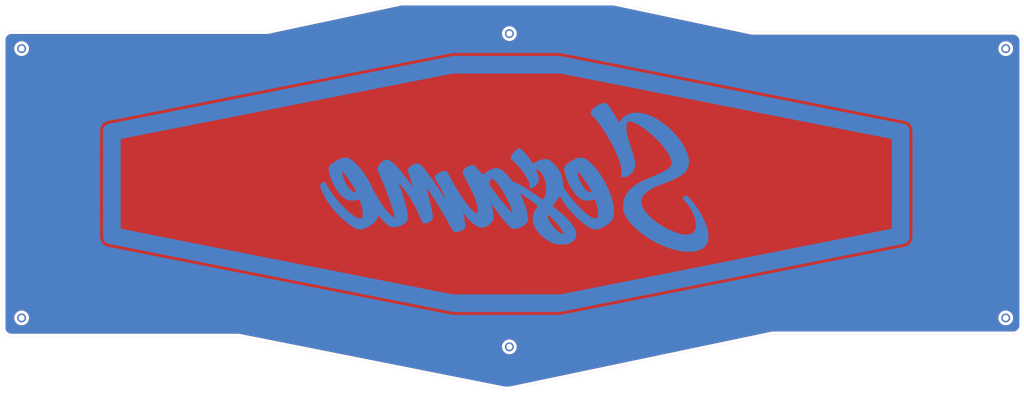
<source format=kicad_pcb>
(kicad_pcb (version 20171130) (host pcbnew "(5.1.6)-1")

  (general
    (thickness 1.6)
    (drawings 20)
    (tracks 0)
    (zones 0)
    (modules 7)
    (nets 1)
  )

  (page A3)
  (layers
    (0 F.Cu signal)
    (31 B.Cu signal)
    (32 B.Adhes user)
    (33 F.Adhes user)
    (34 B.Paste user)
    (35 F.Paste user)
    (36 B.SilkS user)
    (37 F.SilkS user)
    (38 B.Mask user)
    (39 F.Mask user)
    (40 Dwgs.User user)
    (41 Cmts.User user)
    (42 Eco1.User user)
    (43 Eco2.User user)
    (44 Edge.Cuts user)
    (45 Margin user)
    (46 B.CrtYd user)
    (47 F.CrtYd user)
    (48 B.Fab user)
    (49 F.Fab user)
  )

  (setup
    (last_trace_width 0.25)
    (trace_clearance 0.2)
    (zone_clearance 0.508)
    (zone_45_only no)
    (trace_min 0.2)
    (via_size 0.8)
    (via_drill 0.4)
    (via_min_size 0.4)
    (via_min_drill 0.3)
    (uvia_size 0.3)
    (uvia_drill 0.1)
    (uvias_allowed no)
    (uvia_min_size 0.2)
    (uvia_min_drill 0.1)
    (edge_width 0.05)
    (segment_width 0.2)
    (pcb_text_width 0.3)
    (pcb_text_size 1.5 1.5)
    (mod_edge_width 0.12)
    (mod_text_size 1 1)
    (mod_text_width 0.15)
    (pad_size 1.524 1.524)
    (pad_drill 0.762)
    (pad_to_mask_clearance 0.05)
    (aux_axis_origin 0 0)
    (visible_elements 7FFFFFFF)
    (pcbplotparams
      (layerselection 0x010f0_ffffffff)
      (usegerberextensions false)
      (usegerberattributes true)
      (usegerberadvancedattributes true)
      (creategerberjobfile true)
      (excludeedgelayer true)
      (linewidth 0.100000)
      (plotframeref false)
      (viasonmask false)
      (mode 1)
      (useauxorigin false)
      (hpglpennumber 1)
      (hpglpenspeed 20)
      (hpglpendiameter 15.000000)
      (psnegative false)
      (psa4output false)
      (plotreference true)
      (plotvalue true)
      (plotinvisibletext false)
      (padsonsilk false)
      (subtractmaskfromsilk false)
      (outputformat 1)
      (mirror false)
      (drillshape 0)
      (scaleselection 1)
      (outputdirectory "gerbers"))
  )

  (net 0 "")

  (net_class Default "This is the default net class."
    (clearance 0.2)
    (trace_width 0.25)
    (via_dia 0.8)
    (via_drill 0.4)
    (uvia_dia 0.3)
    (uvia_drill 0.1)
  )

  (net_class Power ""
    (clearance 0.2)
    (trace_width 0.5)
    (via_dia 0.8)
    (via_drill 0.4)
    (uvia_dia 0.3)
    (uvia_drill 0.1)
  )

  (module custom_parts:sesame_large (layer B.Cu) (tedit 5F04FDE1) (tstamp 5F055817)
    (at 210.82 126.873 180)
    (fp_text reference G*** (at 0 0) (layer B.SilkS) hide
      (effects (font (size 1.524 1.524) (thickness 0.3)) (justify mirror))
    )
    (fp_text value LOGO (at 0.75 0) (layer B.SilkS) hide
      (effects (font (size 1.524 1.524) (thickness 0.3)) (justify mirror))
    )
    (fp_poly (pts (xy 76.063346 31.784223) (xy 78.937375 31.216754) (xy 81.777269 30.65599) (xy 84.579664 30.102595)
      (xy 87.341193 29.557235) (xy 90.05849 29.020576) (xy 92.728189 28.493282) (xy 95.346924 27.976021)
      (xy 97.91133 27.469456) (xy 100.418039 26.974253) (xy 102.863686 26.491078) (xy 105.244905 26.020596)
      (xy 107.55833 25.563473) (xy 109.800595 25.120374) (xy 111.968334 24.691965) (xy 114.05818 24.27891)
      (xy 116.066768 23.881876) (xy 117.990732 23.501527) (xy 119.826706 23.13853) (xy 121.571323 22.793549)
      (xy 123.221218 22.467251) (xy 124.773025 22.1603) (xy 126.223377 21.873362) (xy 127.568909 21.607103)
      (xy 128.806254 21.362187) (xy 129.932046 21.139281) (xy 130.94292 20.939049) (xy 131.83551 20.762158)
      (xy 132.606449 20.609272) (xy 133.252371 20.481057) (xy 133.769911 20.378179) (xy 134.155701 20.301303)
      (xy 134.406377 20.251094) (xy 134.518573 20.228218) (xy 134.523504 20.227125) (xy 134.953682 20.064639)
      (xy 135.357206 19.802582) (xy 135.682145 19.476632) (xy 135.746778 19.386685) (xy 135.862656 19.166741)
      (xy 135.98154 18.869657) (xy 136.075891 18.566093) (xy 136.090539 18.506506) (xy 136.104115 18.441134)
      (xy 136.116659 18.364503) (xy 136.128212 18.271143) (xy 136.138814 18.15558) (xy 136.148507 18.012343)
      (xy 136.157332 17.835959) (xy 136.165328 17.620956) (xy 136.172536 17.361861) (xy 136.178998 17.053202)
      (xy 136.184754 16.689508) (xy 136.189845 16.265305) (xy 136.194311 15.775121) (xy 136.198194 15.213485)
      (xy 136.201533 14.574923) (xy 136.204371 13.853964) (xy 136.206746 13.045135) (xy 136.208701 12.142964)
      (xy 136.210276 11.141978) (xy 136.211512 10.036706) (xy 136.212449 8.821675) (xy 136.213128 7.491413)
      (xy 136.213589 6.040447) (xy 136.213875 4.463306) (xy 136.214025 2.754516) (xy 136.214079 0.908606)
      (xy 136.214084 0) (xy 136.214059 -1.91168) (xy 136.213959 -3.68369) (xy 136.213742 -5.321501)
      (xy 136.213367 -6.830586) (xy 136.212795 -8.216418) (xy 136.211983 -9.484468) (xy 136.210892 -10.640209)
      (xy 136.20948 -11.689113) (xy 136.207707 -12.636652) (xy 136.205533 -13.4883) (xy 136.202916 -14.249527)
      (xy 136.199815 -14.925807) (xy 136.196191 -15.522611) (xy 136.192002 -16.045412) (xy 136.187207 -16.499682)
      (xy 136.181766 -16.890894) (xy 136.175638 -17.22452) (xy 136.168782 -17.506031) (xy 136.161158 -17.740901)
      (xy 136.152725 -17.934602) (xy 136.143442 -18.092605) (xy 136.133268 -18.220384) (xy 136.122163 -18.32341)
      (xy 136.110086 -18.407156) (xy 136.096996 -18.477094) (xy 136.082853 -18.538697) (xy 136.075891 -18.566094)
      (xy 135.979407 -18.87564) (xy 135.860336 -19.171862) (xy 135.746778 -19.386686) (xy 135.450536 -19.723264)
      (xy 135.062306 -20.005216) (xy 134.633996 -20.196871) (xy 134.523504 -20.227265) (xy 134.434208 -20.245673)
      (xy 134.205899 -20.291607) (xy 133.841943 -20.364398) (xy 133.345704 -20.46338) (xy 132.720549 -20.587886)
      (xy 131.969844 -20.737247) (xy 131.096953 -20.910797) (xy 130.105241 -21.107868) (xy 128.998076 -21.327792)
      (xy 127.778822 -21.569902) (xy 126.450844 -21.833531) (xy 125.017508 -22.118011) (xy 123.48218 -22.422675)
      (xy 121.848224 -22.746855) (xy 120.119008 -23.089884) (xy 118.297895 -23.451094) (xy 116.388252 -23.829818)
      (xy 114.393444 -24.225389) (xy 112.316836 -24.637139) (xy 110.161794 -25.0644) (xy 107.931684 -25.506506)
      (xy 105.629871 -25.962788) (xy 103.25972 -26.43258) (xy 100.824597 -26.915213) (xy 98.327868 -27.410021)
      (xy 95.772898 -27.916335) (xy 93.163052 -28.43349) (xy 90.501696 -28.960816) (xy 87.792195 -29.497647)
      (xy 85.037915 -30.043315) (xy 82.242222 -30.597152) (xy 79.408481 -31.158492) (xy 76.540057 -31.726667)
      (xy 76.065572 -31.820649) (xy 17.982858 -43.325143) (xy -0.061857 -43.319064) (xy -18.106572 -43.312984)
      (xy -76.054857 -31.822565) (xy -78.925506 -31.253333) (xy -81.762109 -30.690814) (xy -84.561292 -30.135678)
      (xy -87.319685 -29.588595) (xy -90.033914 -29.050235) (xy -92.700608 -28.521267) (xy -95.316395 -28.00236)
      (xy -97.877902 -27.494184) (xy -100.381759 -26.997409) (xy -102.824591 -26.512704) (xy -105.203028 -26.040738)
      (xy -107.513697 -25.582182) (xy -109.753227 -25.137704) (xy -111.918244 -24.707975) (xy -114.005378 -24.293663)
      (xy -116.011255 -23.895439) (xy -117.932504 -23.513972) (xy -119.765753 -23.149931) (xy -121.50763 -22.803986)
      (xy -123.154762 -22.476806) (xy -124.703778 -22.169062) (xy -126.151305 -21.881422) (xy -127.493971 -21.614556)
      (xy -128.728405 -21.369134) (xy -129.851233 -21.145826) (xy -130.859085 -20.945299) (xy -131.748588 -20.768225)
      (xy -132.516369 -20.615273) (xy -133.159057 -20.487113) (xy -133.67328 -20.384413) (xy -134.055665 -20.307843)
      (xy -134.302841 -20.258074) (xy -134.411435 -20.235774) (xy -134.415082 -20.234955) (xy -134.87309 -20.06614)
      (xy -135.289767 -19.798827) (xy -135.619679 -19.463627) (xy -135.674207 -19.386686) (xy -135.790085 -19.166741)
      (xy -135.908969 -18.869657) (xy -136.00332 -18.566094) (xy -136.017968 -18.506507) (xy -136.031544 -18.441134)
      (xy -136.044088 -18.364504) (xy -136.055641 -18.271143) (xy -136.066243 -18.155581) (xy -136.075936 -18.012343)
      (xy -136.084761 -17.835959) (xy -136.092757 -17.620956) (xy -136.099965 -17.361861) (xy -136.106427 -17.053203)
      (xy -136.112183 -16.689508) (xy -136.117274 -16.265305) (xy -136.12174 -15.775121) (xy -136.125623 -15.213485)
      (xy -136.128962 -14.574923) (xy -136.1318 -13.853964) (xy -136.134175 -13.045135) (xy -136.13613 -12.142964)
      (xy -136.137705 -11.141979) (xy -136.138941 -10.036707) (xy -136.139878 -8.821676) (xy -136.140557 -7.491414)
      (xy -136.141018 -6.040448) (xy -136.141304 -4.463306) (xy -136.141454 -2.754517) (xy -136.141508 -0.908607)
      (xy -136.141512 -0.004891) (xy -130.193143 -0.004891) (xy -130.193058 -1.477369) (xy -130.192806 -2.91091)
      (xy -130.192398 -4.29879) (xy -130.191839 -5.634284) (xy -130.19114 -6.910668) (xy -130.190306 -8.121217)
      (xy -130.189348 -9.259207) (xy -130.188272 -10.317914) (xy -130.187086 -11.290613) (xy -130.1858 -12.170579)
      (xy -130.18442 -12.951089) (xy -130.182954 -13.625417) (xy -130.181412 -14.18684) (xy -130.179801 -14.628633)
      (xy -130.178128 -14.944071) (xy -130.176403 -15.126431) (xy -130.175 -15.171983) (xy -130.103463 -15.18622)
      (xy -129.892959 -15.228021) (xy -129.546888 -15.296711) (xy -129.068654 -15.391614) (xy -128.461658 -15.512057)
      (xy -127.729302 -15.657364) (xy -126.874988 -15.82686) (xy -125.902118 -16.019871) (xy -124.814092 -16.235721)
      (xy -123.614315 -16.473737) (xy -122.306187 -16.733243) (xy -120.893109 -17.013564) (xy -119.378485 -17.314025)
      (xy -117.765716 -17.633953) (xy -116.058203 -17.972671) (xy -114.259349 -18.329505) (xy -112.372556 -18.703781)
      (xy -110.401224 -19.094823) (xy -108.348757 -19.501956) (xy -106.218556 -19.924507) (xy -104.014023 -20.361799)
      (xy -101.73856 -20.813159) (xy -99.395569 -21.277911) (xy -96.988451 -21.75538) (xy -94.520608 -22.244893)
      (xy -91.995443 -22.745773) (xy -89.416357 -23.257346) (xy -86.786752 -23.778938) (xy -84.11003 -24.309873)
      (xy -81.389592 -24.849477) (xy -78.628841 -25.397074) (xy -75.831179 -25.951991) (xy -74.240572 -26.267487)
      (xy -18.324286 -37.358437) (xy -0.080831 -37.366361) (xy 18.162625 -37.374286) (xy 74.087169 -26.303831)
      (xy 76.905194 -25.745977) (xy 79.688474 -25.19497) (xy 82.4336 -24.651484) (xy 85.137161 -24.116196)
      (xy 87.795745 -23.589782) (xy 90.405942 -23.072918) (xy 92.964341 -22.56628) (xy 95.467531 -22.070544)
      (xy 97.912102 -21.586385) (xy 100.294641 -21.114481) (xy 102.611739 -20.655506) (xy 104.859985 -20.210136)
      (xy 107.035967 -19.779049) (xy 109.136275 -19.362918) (xy 111.157498 -18.962422) (xy 113.096225 -18.578235)
      (xy 114.949045 -18.211034) (xy 116.712547 -17.861494) (xy 118.383321 -17.530291) (xy 119.957955 -17.218102)
      (xy 121.433039 -16.925603) (xy 122.805161 -16.653468) (xy 124.070912 -16.402376) (xy 125.226879 -16.173)
      (xy 126.269653 -15.966018) (xy 127.195821 -15.782105) (xy 128.001975 -15.621937) (xy 128.684701 -15.48619)
      (xy 129.24059 -15.375541) (xy 129.666231 -15.290665) (xy 129.958213 -15.232238) (xy 130.113125 -15.200936)
      (xy 130.138714 -15.195512) (xy 130.153358 -15.185993) (xy 130.166835 -15.162669) (xy 130.179192 -15.119754)
      (xy 130.190477 -15.051461) (xy 130.20074 -14.952005) (xy 130.210029 -14.8156) (xy 130.218391 -14.63646)
      (xy 130.225875 -14.408798) (xy 130.23253 -14.126828) (xy 130.238404 -13.784766) (xy 130.243546 -13.376823)
      (xy 130.248003 -12.897216) (xy 130.251824 -12.340156) (xy 130.255057 -11.699859) (xy 130.257751 -10.970539)
      (xy 130.259954 -10.146409) (xy 130.261715 -9.221683) (xy 130.263082 -8.190575) (xy 130.264102 -7.047299)
      (xy 130.264826 -5.78607) (xy 130.2653 -4.401101) (xy 130.265573 -2.886606) (xy 130.265694 -1.236799)
      (xy 130.265714 0) (xy 130.265671 1.747833) (xy 130.265509 3.356308) (xy 130.265181 4.831213)
      (xy 130.264637 6.178332) (xy 130.263829 7.403451) (xy 130.26271 8.512357) (xy 130.26123 9.510834)
      (xy 130.259341 10.404669) (xy 130.256995 11.199648) (xy 130.254144 11.901555) (xy 130.250739 12.516178)
      (xy 130.246732 13.049301) (xy 130.242075 13.506712) (xy 130.236718 13.894194) (xy 130.230615 14.217535)
      (xy 130.223716 14.482519) (xy 130.215973 14.694934) (xy 130.207337 14.860564) (xy 130.197761 14.985195)
      (xy 130.187196 15.074614) (xy 130.175594 15.134605) (xy 130.162905 15.170955) (xy 130.149083 15.189449)
      (xy 130.138714 15.194867) (xy 130.061647 15.210687) (xy 129.845592 15.253923) (xy 129.493962 15.323901)
      (xy 129.010167 15.419949) (xy 128.39762 15.541391) (xy 127.659732 15.687555) (xy 126.799913 15.857766)
      (xy 125.821577 16.05135) (xy 124.728134 16.267633) (xy 123.522996 16.505943) (xy 122.209574 16.765603)
      (xy 120.791279 17.045942) (xy 119.271524 17.346285) (xy 117.653719 17.665958) (xy 115.941277 18.004287)
      (xy 114.137608 18.360598) (xy 112.246125 18.734217) (xy 110.270238 19.124472) (xy 108.213359 19.530687)
      (xy 106.0789 19.952188) (xy 103.870272 20.388303) (xy 101.590886 20.838357) (xy 99.244155 21.301676)
      (xy 96.833489 21.777586) (xy 94.3623 22.265414) (xy 91.834 22.764485) (xy 89.251999 23.274126)
      (xy 86.619711 23.793662) (xy 83.940545 24.322421) (xy 81.217914 24.859728) (xy 78.455228 25.404908)
      (xy 75.6559 25.95729) (xy 74.086802 26.266901) (xy 18.161889 37.301714) (xy -18.1614 37.301714)
      (xy -74.050272 26.26702) (xy -76.867528 25.710766) (xy -79.650037 25.161342) (xy -82.394385 24.619422)
      (xy -85.09716 24.085682) (xy -87.75495 23.560795) (xy -90.364341 23.045436) (xy -92.921922 22.54028)
      (xy -95.42428 22.046001) (xy -97.868003 21.563274) (xy -100.249678 21.092773) (xy -102.565892 20.635173)
      (xy -104.813234 20.191148) (xy -106.98829 19.761373) (xy -109.087648 19.346522) (xy -111.107896 18.947269)
      (xy -113.045622 18.56429) (xy -114.897412 18.198259) (xy -116.659855 17.84985) (xy -118.329537 17.519737)
      (xy -119.903047 17.208596) (xy -121.376972 16.917101) (xy -122.747899 16.645925) (xy -124.012416 16.395745)
      (xy -125.167111 16.167234) (xy -126.20857 15.961066) (xy -127.133383 15.777917) (xy -127.938135 15.618461)
      (xy -128.619415 15.483372) (xy -129.17381 15.373325) (xy -129.597908 15.288994) (xy -129.888295 15.231053)
      (xy -130.041561 15.200179) (xy -130.066143 15.194987) (xy -130.080785 15.185531) (xy -130.09426 15.162268)
      (xy -130.106615 15.119414) (xy -130.117899 15.051183) (xy -130.128161 14.951791) (xy -130.137449 14.815453)
      (xy -130.145811 14.636384) (xy -130.153295 14.408799) (xy -130.15995 14.126914) (xy -130.165824 13.784942)
      (xy -130.170966 13.3771) (xy -130.175423 12.897603) (xy -130.179245 12.340665) (xy -130.182479 11.700502)
      (xy -130.185174 10.971328) (xy -130.187378 10.14736) (xy -130.18914 9.222811) (xy -130.190507 8.191898)
      (xy -130.191529 7.048835) (xy -130.192253 5.787837) (xy -130.192727 4.403119) (xy -130.193001 2.888897)
      (xy -130.193123 1.239386) (xy -130.193143 -0.004891) (xy -136.141512 -0.004891) (xy -136.141513 0)
      (xy -136.141488 1.91168) (xy -136.141388 3.683689) (xy -136.141171 5.3215) (xy -136.140796 6.830586)
      (xy -136.140224 8.216417) (xy -136.139412 9.484467) (xy -136.138321 10.640208) (xy -136.136909 11.689112)
      (xy -136.135136 12.636652) (xy -136.132962 13.488299) (xy -136.130345 14.249527) (xy -136.127244 14.925806)
      (xy -136.12362 15.522611) (xy -136.119431 16.045412) (xy -136.114636 16.499682) (xy -136.109195 16.890894)
      (xy -136.103067 17.224519) (xy -136.096211 17.506031) (xy -136.088587 17.740901) (xy -136.080154 17.934602)
      (xy -136.070871 18.092605) (xy -136.060697 18.220384) (xy -136.049592 18.32341) (xy -136.037515 18.407156)
      (xy -136.024425 18.477094) (xy -136.010282 18.538696) (xy -136.00332 18.566093) (xy -135.906836 18.875639)
      (xy -135.787765 19.171861) (xy -135.674207 19.386685) (xy -135.377941 19.723288) (xy -134.989701 20.005226)
      (xy -134.561407 20.196825) (xy -134.450933 20.227196) (xy -134.361624 20.245567) (xy -134.13329 20.291396)
      (xy -133.769297 20.364017) (xy -133.273014 20.462763) (xy -132.647806 20.586969) (xy -131.897041 20.735969)
      (xy -131.024087 20.909095) (xy -130.032309 21.105684) (xy -128.925075 21.325067) (xy -127.705752 21.56658)
      (xy -126.377707 21.829556) (xy -124.944307 22.113329) (xy -123.408919 22.417234) (xy -121.77491 22.740603)
      (xy -120.045647 23.082772) (xy -118.224496 23.443073) (xy -116.314826 23.820842) (xy -114.320003 24.215411)
      (xy -112.243394 24.626115) (xy -110.088365 25.052288) (xy -107.858285 25.493264) (xy -105.55652 25.948376)
      (xy -103.186436 26.416959) (xy -100.751402 26.898347) (xy -98.254784 27.391873) (xy -95.699948 27.896872)
      (xy -93.090263 28.412677) (xy -90.429094 28.938622) (xy -87.71981 29.474042) (xy -84.965777 30.01827)
      (xy -82.170361 30.57064) (xy -79.336931 31.130487) (xy -76.468852 31.697144) (xy -76.027734 31.784294)
      (xy -17.979754 43.252571) (xy 17.978407 43.252571) (xy 76.063346 31.784223)) (layer B.Cu) (width 0.01))
    (fp_poly (pts (xy -32.789314 27.31153) (xy -32.251737 27.182444) (xy -31.618752 26.954819) (xy -31.525614 26.91655)
      (xy -30.963522 26.647539) (xy -30.420293 26.322129) (xy -29.911906 25.95563) (xy -29.454339 25.563354)
      (xy -29.06357 25.160611) (xy -28.755577 24.762711) (xy -28.546339 24.384965) (xy -28.451834 24.042683)
      (xy -28.448 23.967554) (xy -28.452417 23.840837) (xy -28.475607 23.730275) (xy -28.53248 23.614265)
      (xy -28.637943 23.471201) (xy -28.806906 23.279477) (xy -29.054277 23.017488) (xy -29.228972 22.835806)
      (xy -30.107847 21.86639) (xy -31.004479 20.766215) (xy -31.910926 19.547374) (xy -32.819246 18.221957)
      (xy -33.721497 16.802055) (xy -34.609736 15.29976) (xy -35.476022 13.727163) (xy -36.312411 12.096355)
      (xy -36.399809 11.918904) (xy -36.955933 10.744509) (xy -37.447859 9.621691) (xy -37.873962 8.557069)
      (xy -38.23262 7.557256) (xy -38.52221 6.62887) (xy -38.741111 5.778526) (xy -38.887697 5.01284)
      (xy -38.960348 4.338428) (xy -38.957441 3.761906) (xy -38.877351 3.289888) (xy -38.718457 2.928993)
      (xy -38.632359 2.817107) (xy -38.565485 2.684712) (xy -38.623131 2.561371) (xy -38.81275 2.438008)
      (xy -39.01429 2.351985) (xy -39.46939 2.252691) (xy -39.968985 2.273772) (xy -40.494905 2.404683)
      (xy -41.02898 2.63488) (xy -41.553039 2.953818) (xy -42.048914 3.350954) (xy -42.498434 3.815743)
      (xy -42.883429 4.337642) (xy -43.100949 4.723504) (xy -43.32257 5.225537) (xy -43.461233 5.690778)
      (xy -43.524545 6.166167) (xy -43.520114 6.698643) (xy -43.485005 7.093177) (xy -43.440477 7.44822)
      (xy -43.384638 7.801101) (xy -43.313075 8.168442) (xy -43.221377 8.566865) (xy -43.105131 9.012993)
      (xy -42.959925 9.523446) (xy -42.781347 10.114848) (xy -42.564985 10.80382) (xy -42.306426 11.606984)
      (xy -42.200377 11.93276) (xy -41.865613 12.966534) (xy -41.57696 13.876853) (xy -41.331276 14.676792)
      (xy -41.125419 15.379428) (xy -40.956247 15.997837) (xy -40.820619 16.545093) (xy -40.715392 17.034274)
      (xy -40.637425 17.478454) (xy -40.583576 17.890709) (xy -40.550703 18.284116) (xy -40.535665 18.671749)
      (xy -40.533851 18.868571) (xy -40.55336 19.539479) (xy -40.615277 20.079122) (xy -40.72368 20.49623)
      (xy -40.882649 20.799527) (xy -41.09626 20.997742) (xy -41.368593 21.099601) (xy -41.585251 21.118286)
      (xy -42.066237 21.063747) (xy -42.629683 20.905246) (xy -43.265287 20.650453) (xy -43.962751 20.307042)
      (xy -44.711774 19.882682) (xy -45.502057 19.385047) (xy -46.323298 18.821807) (xy -47.165199 18.200634)
      (xy -48.01746 17.5292) (xy -48.86978 16.815176) (xy -49.71186 16.066234) (xy -50.533399 15.290047)
      (xy -51.324098 14.494284) (xy -52.073657 13.686619) (xy -52.771776 12.874722) (xy -52.954755 12.650006)
      (xy -53.717728 11.660195) (xy -54.357929 10.740567) (xy -54.87752 9.887428) (xy -55.278664 9.097084)
      (xy -55.563523 8.365842) (xy -55.661896 8.025677) (xy -55.775275 7.426313) (xy -55.785772 6.898066)
      (xy -55.686116 6.424037) (xy -55.469036 5.987326) (xy -55.127262 5.571034) (xy -54.653522 5.15826)
      (xy -54.326267 4.921239) (xy -53.965641 4.682528) (xy -53.582007 4.447624) (xy -53.162449 4.210308)
      (xy -52.69405 3.964362) (xy -52.163892 3.703568) (xy -51.559058 3.421707) (xy -50.86663 3.112562)
      (xy -50.073691 2.769914) (xy -49.167325 2.387546) (xy -48.405143 2.070879) (xy -47.153953 1.534419)
      (xy -46.034489 1.011706) (xy -45.034966 0.494788) (xy -44.143598 -0.024288) (xy -43.348599 -0.553474)
      (xy -42.638183 -1.100724) (xy -42.000566 -1.673989) (xy -41.423962 -2.281223) (xy -40.896585 -2.930378)
      (xy -40.799375 -3.061298) (xy -40.297285 -3.837979) (xy -39.913252 -4.642816) (xy -39.641254 -5.495655)
      (xy -39.475267 -6.416342) (xy -39.409268 -7.424723) (xy -39.407546 -7.647649) (xy -39.424342 -8.294379)
      (xy -39.477986 -8.842636) (xy -39.576189 -9.336134) (xy -39.726659 -9.818587) (xy -39.842562 -10.114527)
      (xy -40.207817 -10.879564) (xy -40.673789 -11.656501) (xy -41.248179 -12.455828) (xy -41.938689 -13.288036)
      (xy -42.753021 -14.163616) (xy -42.995803 -14.409504) (xy -44.391306 -15.70982) (xy -45.902229 -16.935791)
      (xy -47.514618 -18.078872) (xy -49.214523 -19.130517) (xy -50.987991 -20.082179) (xy -52.821071 -20.925313)
      (xy -54.699809 -21.651374) (xy -54.972857 -21.745634) (xy -56.553647 -22.234193) (xy -58.063907 -22.600104)
      (xy -59.509348 -22.844224) (xy -60.895684 -22.967412) (xy -62.228627 -22.970523) (xy -62.858351 -22.928978)
      (xy -63.505049 -22.853744) (xy -64.097409 -22.742186) (xy -64.713743 -22.578621) (xy -64.915143 -22.517029)
      (xy -65.730227 -22.200217) (xy -66.429673 -21.795975) (xy -67.015123 -21.302382) (xy -67.488217 -20.717517)
      (xy -67.850598 -20.03946) (xy -68.103907 -19.26629) (xy -68.219506 -18.650857) (xy -68.272234 -17.813659)
      (xy -68.215386 -16.898382) (xy -68.054002 -15.915993) (xy -67.793123 -14.877459) (xy -67.437789 -13.793749)
      (xy -66.993041 -12.67583) (xy -66.46392 -11.534668) (xy -65.855467 -10.381232) (xy -65.172722 -9.226489)
      (xy -64.420727 -8.081405) (xy -63.604521 -6.95695) (xy -62.729147 -5.864089) (xy -61.919254 -4.943067)
      (xy -61.659482 -4.672806) (xy -61.41115 -4.436254) (xy -61.201909 -4.258409) (xy -61.05941 -4.164268)
      (xy -61.056278 -4.162924) (xy -60.665764 -4.074083) (xy -60.27103 -4.117234) (xy -59.906846 -4.284562)
      (xy -59.689946 -4.47006) (xy -59.572592 -4.615834) (xy -59.515424 -4.75338) (xy -59.526643 -4.901472)
      (xy -59.61445 -5.078887) (xy -59.787046 -5.304402) (xy -60.052631 -5.596793) (xy -60.289162 -5.842)
      (xy -61.184414 -6.860305) (xy -61.979644 -7.974495) (xy -62.664674 -9.166457) (xy -63.229324 -10.418082)
      (xy -63.663416 -11.711258) (xy -63.732361 -11.96819) (xy -63.862337 -12.57024) (xy -63.951658 -13.190193)
      (xy -63.997542 -13.790393) (xy -63.997209 -14.333183) (xy -63.947878 -14.780908) (xy -63.942192 -14.809288)
      (xy -63.74158 -15.451528) (xy -63.429717 -16.005534) (xy -63.01471 -16.463228) (xy -62.504669 -16.816534)
      (xy -61.907702 -17.057374) (xy -61.616071 -17.126302) (xy -60.95932 -17.192335) (xy -60.206146 -17.162759)
      (xy -59.366852 -17.040333) (xy -58.451743 -16.827814) (xy -57.471122 -16.527961) (xy -56.435292 -16.14353)
      (xy -55.354557 -15.67728) (xy -54.319714 -15.17343) (xy -52.907194 -14.40204) (xy -51.616887 -13.597179)
      (xy -50.426983 -12.743338) (xy -49.315667 -11.825009) (xy -48.395313 -10.961075) (xy -47.707122 -10.249096)
      (xy -47.133168 -9.590307) (xy -46.661039 -8.966997) (xy -46.278326 -8.361454) (xy -45.972617 -7.755967)
      (xy -45.748989 -7.184572) (xy -45.659782 -6.796413) (xy -45.616224 -6.323235) (xy -45.617663 -5.817578)
      (xy -45.663448 -5.331981) (xy -45.752928 -4.918986) (xy -45.777994 -4.844235) (xy -46.070738 -4.240799)
      (xy -46.505611 -3.645031) (xy -47.07969 -3.059529) (xy -47.790048 -2.486885) (xy -48.633763 -1.929697)
      (xy -49.607908 -1.390557) (xy -49.752282 -1.317787) (xy -50.168449 -1.113488) (xy -50.559833 -0.929249)
      (xy -50.952124 -0.754351) (xy -51.371011 -0.578072) (xy -51.842184 -0.389692) (xy -52.391331 -0.178491)
      (xy -53.044143 0.066252) (xy -53.266525 0.148737) (xy -54.575978 0.649017) (xy -55.748702 1.130612)
      (xy -56.791349 1.597401) (xy -57.71057 2.053262) (xy -58.513014 2.502072) (xy -59.205333 2.94771)
      (xy -59.794177 3.394052) (xy -60.286196 3.844978) (xy -60.688042 4.304366) (xy -60.89649 4.597703)
      (xy -61.269507 5.30248) (xy -61.52245 6.079911) (xy -61.654676 6.92017) (xy -61.665542 7.813434)
      (xy -61.554407 8.749877) (xy -61.320627 9.719675) (xy -61.246883 9.954214) (xy -61.083968 10.393836)
      (xy -60.858391 10.922765) (xy -60.586419 11.508504) (xy -60.284318 12.118555) (xy -59.968353 12.720417)
      (xy -59.65479 13.281594) (xy -59.359895 13.769585) (xy -59.261432 13.921093) (xy -58.146515 15.465529)
      (xy -56.90574 16.937791) (xy -55.539282 18.33769) (xy -54.04732 19.665034) (xy -53.548924 20.070049)
      (xy -52.274955 21.017776) (xy -50.98668 21.847819) (xy -49.693607 22.555423) (xy -48.405243 23.135834)
      (xy -47.131098 23.584296) (xy -45.911312 23.890014) (xy -45.243704 23.990316) (xy -44.51297 24.044832)
      (xy -43.764829 24.053581) (xy -43.044998 24.016579) (xy -42.399195 23.93384) (xy -42.175119 23.88869)
      (xy -41.315031 23.619486) (xy -40.505167 23.219126) (xy -39.758068 22.696622) (xy -39.086277 22.060984)
      (xy -38.502336 21.321224) (xy -38.412496 21.185435) (xy -38.271298 20.973683) (xy -38.160046 20.820508)
      (xy -38.101483 20.757103) (xy -38.1 20.756832) (xy -38.053115 20.816675) (xy -37.95267 20.979332)
      (xy -37.813624 21.219665) (xy -37.65775 21.500055) (xy -37.405759 21.948824) (xy -37.102998 22.467828)
      (xy -36.764237 23.033438) (xy -36.404246 23.622027) (xy -36.037795 24.209967) (xy -35.679652 24.773628)
      (xy -35.344588 25.289382) (xy -35.047371 25.733601) (xy -34.802773 26.082657) (xy -34.740367 26.167279)
      (xy -34.502736 26.472893) (xy -34.270057 26.752499) (xy -34.068551 26.975771) (xy -33.924437 27.112382)
      (xy -33.920879 27.115126) (xy -33.614757 27.277114) (xy -33.240611 27.342834) (xy -32.789314 27.31153)) (layer B.Cu) (width 0.01))
    (fp_poly (pts (xy -4.386637 11.974554) (xy -4.096051 11.947227) (xy -3.835502 11.849159) (xy -3.674717 11.755412)
      (xy -3.232681 11.429852) (xy -2.801158 11.029382) (xy -2.399158 10.579383) (xy -2.045693 10.105235)
      (xy -1.759772 9.632316) (xy -1.560408 9.186006) (xy -1.468539 8.810129) (xy -1.456914 8.682508)
      (xy -1.464119 8.575884) (xy -1.504559 8.472439) (xy -1.59264 8.354353) (xy -1.742768 8.203807)
      (xy -1.969349 8.002982) (xy -2.286788 7.734061) (xy -2.447631 7.599072) (xy -2.913838 7.176839)
      (xy -3.432975 6.652335) (xy -3.985206 6.048875) (xy -4.550699 5.389773) (xy -5.109619 4.698346)
      (xy -5.642131 3.997907) (xy -6.128402 3.311773) (xy -6.254236 3.124388) (xy -6.561495 2.634859)
      (xy -6.865896 2.102945) (xy -7.152728 1.558352) (xy -7.407281 1.030789) (xy -7.614844 0.54996)
      (xy -7.760706 0.145573) (xy -7.801416 0.000052) (xy -7.884876 -0.540179) (xy -7.87465 -1.062672)
      (xy -7.799011 -1.433286) (xy -7.779613 -1.533472) (xy -7.825714 -1.581214) (xy -7.969801 -1.595744)
      (xy -8.074847 -1.596572) (xy -8.324795 -1.567209) (xy -8.620475 -1.471589) (xy -8.982733 -1.305645)
      (xy -9.573225 -0.932343) (xy -10.094688 -0.44716) (xy -10.520515 0.12298) (xy -10.679303 0.411122)
      (xy -10.805395 0.683608) (xy -10.877308 0.902219) (xy -10.908692 1.129922) (xy -10.913199 1.429687)
      (xy -10.912377 1.486208) (xy -10.857345 2.079308) (xy -10.714618 2.756337) (xy -10.490849 3.490926)
      (xy -10.2437 4.136571) (xy -10.116129 4.446743) (xy -10.041506 4.648404) (xy -10.014702 4.766057)
      (xy -10.030586 4.824208) (xy -10.084028 4.84736) (xy -10.094499 4.849251) (xy -10.27178 4.828478)
      (xy -10.523112 4.736659) (xy -10.80915 4.59335) (xy -11.090551 4.418104) (xy -11.314244 4.243028)
      (xy -11.571833 3.968332) (xy -11.856859 3.594997) (xy -12.145138 3.160034) (xy -12.412483 2.700457)
      (xy -12.63471 2.253277) (xy -12.674993 2.160594) (xy -12.937543 1.442562) (xy -13.158978 0.647235)
      (xy -13.321761 -0.159466) (xy -13.358481 -0.408363) (xy -13.394993 -0.809347) (xy -13.41205 -1.286322)
      (xy -13.410916 -1.802199) (xy -13.392854 -2.319888) (xy -13.359127 -2.802298) (xy -13.310999 -3.212341)
      (xy -13.253166 -3.500789) (xy -13.123364 -3.886902) (xy -12.947943 -4.297789) (xy -12.750582 -4.684486)
      (xy -12.554964 -4.998027) (xy -12.485132 -5.088861) (xy -12.289643 -5.323024) (xy -10.880107 -4.362673)
      (xy -10.37068 -4.014826) (xy -9.799875 -3.623803) (xy -9.212885 -3.220644) (xy -8.654905 -2.836389)
      (xy -8.171128 -2.502081) (xy -8.164286 -2.497342) (xy -7.242868 -1.873989) (xy -6.359855 -1.306228)
      (xy -5.525516 -0.799657) (xy -4.750119 -0.359877) (xy -4.043931 0.007512) (xy -3.41722 0.296912)
      (xy -2.880254 0.502722) (xy -2.452605 0.617619) (xy -2.301167 0.665665) (xy -2.160171 0.764911)
      (xy -1.998975 0.941935) (xy -1.842931 1.146442) (xy -1.428739 1.684695) (xy -0.96814 2.238648)
      (xy -0.480514 2.788197) (xy 0.01476 3.313237) (xy 0.498302 3.793663) (xy 0.95073 4.209369)
      (xy 1.352666 4.540252) (xy 1.591337 4.709177) (xy 2.225758 5.044119) (xy 2.876233 5.240454)
      (xy 3.546321 5.297854) (xy 4.23958 5.215992) (xy 4.959571 4.994539) (xy 5.709854 4.63317)
      (xy 6.283645 4.277519) (xy 6.618482 4.054927) (xy 7.00639 3.802078) (xy 7.376853 3.564829)
      (xy 7.467573 3.507616) (xy 8.085515 3.119635) (xy 8.233758 3.294437) (xy 8.334961 3.415966)
      (xy 8.505082 3.622562) (xy 8.721494 3.886662) (xy 8.961568 4.180702) (xy 8.993744 4.220191)
      (xy 9.501082 4.834155) (xy 9.932905 5.337939) (xy 10.287312 5.729451) (xy 10.562402 6.006599)
      (xy 10.756271 6.167293) (xy 10.775125 6.179346) (xy 11.077564 6.288737) (xy 11.46817 6.316564)
      (xy 11.918419 6.267581) (xy 12.399791 6.14654) (xy 12.883762 5.958196) (xy 13.244286 5.76788)
      (xy 13.593146 5.528235) (xy 13.944257 5.234256) (xy 14.264227 4.918499) (xy 14.519665 4.613523)
      (xy 14.661732 4.385802) (xy 14.753231 4.173293) (xy 14.804016 3.976261) (xy 14.80852 3.773774)
      (xy 14.761177 3.544901) (xy 14.656419 3.268712) (xy 14.488682 2.924273) (xy 14.252398 2.490656)
      (xy 14.074362 2.177143) (xy 13.730072 1.561125) (xy 13.354523 0.862991) (xy 12.961159 0.109717)
      (xy 12.563425 -0.671723) (xy 12.174764 -1.454355) (xy 11.808622 -2.211202) (xy 11.478444 -2.915292)
      (xy 11.197672 -3.539648) (xy 11.036057 -3.918857) (xy 10.683135 -4.806991) (xy 10.360448 -5.6856)
      (xy 10.080127 -6.51968) (xy 9.854306 -7.274232) (xy 9.790883 -7.511143) (xy 9.711727 -7.886998)
      (xy 9.65482 -8.296967) (xy 9.621213 -8.709979) (xy 9.611954 -9.094966) (xy 9.628092 -9.420859)
      (xy 9.670676 -9.656589) (xy 9.715314 -9.749581) (xy 9.892296 -9.857595) (xy 10.138751 -9.84721)
      (xy 10.448256 -9.723742) (xy 10.814385 -9.49251) (xy 11.230713 -9.158831) (xy 11.690817 -8.728022)
      (xy 12.188271 -8.2054) (xy 12.716651 -7.596284) (xy 13.269532 -6.905989) (xy 13.472087 -6.640286)
      (xy 14.08092 -5.809178) (xy 14.413251 -5.334) (xy 20.392571 -5.334) (xy 20.428857 -5.370286)
      (xy 20.465143 -5.334) (xy 20.428857 -5.297715) (xy 20.392571 -5.334) (xy 14.413251 -5.334)
      (xy 14.715647 -4.901626) (xy 15.361468 -3.941241) (xy 16.003585 -2.951633) (xy 16.627199 -1.956411)
      (xy 17.217514 -0.979185) (xy 17.759729 -0.043565) (xy 18.239047 0.826839) (xy 18.634852 1.596571)
      (xy 19.039057 2.395146) (xy 19.400141 3.058452) (xy 19.717747 3.585931) (xy 19.991515 3.977022)
      (xy 20.221087 4.231164) (xy 20.394029 4.343919) (xy 20.650603 4.408346) (xy 20.919068 4.415699)
      (xy 21.239342 4.363117) (xy 21.626428 4.255512) (xy 22.348582 3.978864) (xy 22.992478 3.613704)
      (xy 23.606545 3.132509) (xy 23.613612 3.126202) (xy 23.806314 2.921937) (xy 23.990513 2.673413)
      (xy 24.139551 2.422862) (xy 24.226765 2.212514) (xy 24.238857 2.135815) (xy 24.199442 2.008641)
      (xy 24.093771 1.799332) (xy 23.940704 1.54332) (xy 23.850454 1.406166) (xy 23.636535 1.074533)
      (xy 23.373077 0.639575) (xy 23.074961 0.12803) (xy 22.757074 -0.433366) (xy 22.4343 -1.017876)
      (xy 22.121522 -1.598764) (xy 21.833625 -2.149292) (xy 21.585493 -2.642724) (xy 21.512226 -2.794)
      (xy 21.313845 -3.215684) (xy 21.118172 -3.644352) (xy 20.934072 -4.059177) (xy 20.770411 -4.439332)
      (xy 20.636056 -4.763991) (xy 20.539872 -5.012327) (xy 20.490724 -5.163511) (xy 20.488125 -5.199745)
      (xy 20.533839 -5.151198) (xy 20.642731 -5.000711) (xy 20.800475 -4.769061) (xy 20.992743 -4.477025)
      (xy 21.083779 -4.33601) (xy 21.461651 -3.751999) (xy 21.883076 -3.108893) (xy 22.336071 -2.424377)
      (xy 22.80865 -1.716134) (xy 23.288829 -1.001848) (xy 23.764622 -0.299204) (xy 24.224046 0.374114)
      (xy 24.655115 1.000423) (xy 25.045844 1.562037) (xy 25.38425 2.041274) (xy 25.658346 2.420448)
      (xy 25.710284 2.490639) (xy 26.025608 2.915355) (xy 26.354424 3.359935) (xy 26.670866 3.789291)
      (xy 26.949068 4.168336) (xy 27.141714 4.432415) (xy 27.459012 4.848408) (xy 27.807419 5.269469)
      (xy 28.16762 5.675342) (xy 28.5203 6.045767) (xy 28.846144 6.360488) (xy 29.125835 6.599246)
      (xy 29.34006 6.741784) (xy 29.346784 6.745096) (xy 29.771573 6.873746) (xy 30.256097 6.888689)
      (xy 30.779086 6.796652) (xy 31.319268 6.604363) (xy 31.855375 6.318552) (xy 32.366135 5.945944)
      (xy 32.627641 5.707341) (xy 32.938324 5.381858) (xy 33.143974 5.107392) (xy 33.256418 4.848883)
      (xy 33.287485 4.571272) (xy 33.249004 4.239497) (xy 33.200032 4.010781) (xy 33.107994 3.674247)
      (xy 32.980229 3.276904) (xy 32.840216 2.890461) (xy 32.799972 2.788942) (xy 32.680526 2.47692)
      (xy 32.535884 2.071169) (xy 32.38174 1.617222) (xy 32.233792 1.160613) (xy 32.1871 1.010942)
      (xy 32.056766 0.591956) (xy 31.928524 0.18618) (xy 31.813961 -0.17016) (xy 31.724666 -0.440838)
      (xy 31.694821 -0.527881) (xy 31.622898 -0.753366) (xy 31.58346 -0.918919) (xy 31.583156 -0.982204)
      (xy 31.636963 -0.942527) (xy 31.752552 -0.806966) (xy 31.910149 -0.599699) (xy 32.010799 -0.459306)
      (xy 32.368553 0.04034) (xy 32.790865 0.614689) (xy 33.260045 1.24086) (xy 33.758403 1.895978)
      (xy 34.268246 2.557164) (xy 34.771884 3.201541) (xy 35.251627 3.806231) (xy 35.689783 4.348357)
      (xy 36.068661 4.805041) (xy 36.207196 4.967417) (xy 36.829836 5.665995) (xy 37.433312 6.297786)
      (xy 38.006365 6.852538) (xy 38.537733 7.320003) (xy 39.016156 7.689931) (xy 39.430376 7.952073)
      (xy 39.555541 8.015272) (xy 40.06022 8.178565) (xy 40.564335 8.197136) (xy 41.071598 8.07091)
      (xy 41.27549 7.980222) (xy 41.597069 7.77738) (xy 41.959959 7.480745) (xy 42.333305 7.122454)
      (xy 42.686249 6.734642) (xy 42.987935 6.349446) (xy 43.207506 5.999003) (xy 43.239292 5.934973)
      (xy 43.382191 5.601325) (xy 43.473145 5.299563) (xy 43.509032 5.006038) (xy 43.486725 4.697105)
      (xy 43.4031 4.349116) (xy 43.255033 3.938424) (xy 43.039397 3.441383) (xy 42.858695 3.05486)
      (xy 42.470157 2.211624) (xy 42.050992 1.253821) (xy 41.610181 0.205044) (xy 41.156706 -0.911117)
      (xy 40.699546 -2.071068) (xy 40.247683 -3.251219) (xy 39.810097 -4.427978) (xy 39.395769 -5.577752)
      (xy 39.013679 -6.67695) (xy 38.672809 -7.701979) (xy 38.382139 -8.629248) (xy 38.281278 -8.969775)
      (xy 38.170343 -9.369798) (xy 38.062062 -9.792349) (xy 37.961687 -10.212994) (xy 37.87447 -10.6073)
      (xy 37.805662 -10.950832) (xy 37.760514 -11.219156) (xy 37.744278 -11.387837) (xy 37.751931 -11.432693)
      (xy 37.817839 -11.405502) (xy 37.974379 -11.313819) (xy 38.192374 -11.175086) (xy 38.281764 -11.11599)
      (xy 38.67608 -10.822075) (xy 39.124871 -10.436446) (xy 39.600175 -9.986847) (xy 40.074032 -9.501025)
      (xy 40.51848 -9.006725) (xy 40.905559 -8.531692) (xy 40.963852 -8.454572) (xy 41.304184 -7.983993)
      (xy 41.685061 -7.432246) (xy 42.094877 -6.818164) (xy 42.522028 -6.160582) (xy 42.954906 -5.478334)
      (xy 43.381908 -4.790255) (xy 43.791426 -4.115178) (xy 44.171856 -3.471938) (xy 44.511592 -2.879369)
      (xy 44.592328 -2.732448) (xy 50.830472 -2.732448) (xy 50.927517 -2.798201) (xy 51.123597 -2.80783)
      (xy 51.385778 -2.765631) (xy 51.681126 -2.675904) (xy 51.869519 -2.596851) (xy 52.282639 -2.341565)
      (xy 52.715755 -1.961989) (xy 53.155876 -1.475176) (xy 53.590015 -0.898181) (xy 54.005183 -0.24806)
      (xy 54.388391 0.458134) (xy 54.681924 1.095978) (xy 54.846142 1.517064) (xy 55.018842 2.015588)
      (xy 55.187581 2.550115) (xy 55.339912 3.079213) (xy 55.463394 3.561445) (xy 55.545579 3.955379)
      (xy 55.551546 3.991428) (xy 55.603781 4.318) (xy 55.157829 3.882571) (xy 54.857428 3.566988)
      (xy 54.519633 3.173672) (xy 54.153469 2.716421) (xy 53.767961 2.20903) (xy 53.372133 1.665295)
      (xy 52.975012 1.099012) (xy 52.585622 0.523979) (xy 52.212987 -0.046009) (xy 51.866135 -0.597156)
      (xy 51.554088 -1.115665) (xy 51.285873 -1.58774) (xy 51.070515 -1.999585) (xy 50.917038 -2.337404)
      (xy 50.834469 -2.5874) (xy 50.830472 -2.732448) (xy 44.592328 -2.732448) (xy 44.799029 -2.356306)
      (xy 45.02256 -1.921583) (xy 45.12613 -1.699766) (xy 45.818793 -0.228594) (xy 46.58082 1.198621)
      (xy 47.400568 2.564349) (xy 48.266394 3.851059) (xy 49.166656 5.04122) (xy 50.089712 6.1173)
      (xy 50.809587 6.858) (xy 51.507193 7.499271) (xy 52.152055 8.014951) (xy 52.756654 8.409111)
      (xy 53.33347 8.685822) (xy 53.894983 8.849155) (xy 54.453674 8.903181) (xy 55.022023 8.851972)
      (xy 55.612511 8.699598) (xy 56.00405 8.552431) (xy 56.286802 8.420638) (xy 56.649032 8.230796)
      (xy 57.065721 7.998125) (xy 57.51185 7.737846) (xy 57.9624 7.465181) (xy 58.392353 7.195351)
      (xy 58.776688 6.943576) (xy 59.090387 6.725078) (xy 59.308431 6.555077) (xy 59.351062 6.516187)
      (xy 59.62232 6.215263) (xy 59.819545 5.899222) (xy 59.944235 5.55043) (xy 59.997888 5.151257)
      (xy 59.982003 4.684072) (xy 59.898079 4.131242) (xy 59.747613 3.475136) (xy 59.642734 3.084286)
      (xy 59.294266 1.987596) (xy 58.863944 0.890589) (xy 58.364142 -0.184839) (xy 57.807234 -1.216792)
      (xy 57.205594 -2.183375) (xy 56.571595 -3.062691) (xy 55.917612 -3.832846) (xy 55.492147 -4.260349)
      (xy 54.795632 -4.822986) (xy 54.059055 -5.248144) (xy 53.288489 -5.534472) (xy 52.490003 -5.680616)
      (xy 51.669668 -5.685224) (xy 50.833557 -5.546942) (xy 50.355675 -5.404854) (xy 50.092939 -5.315147)
      (xy 49.882308 -5.24495) (xy 49.762375 -5.207084) (xy 49.752614 -5.204506) (xy 49.688127 -5.260267)
      (xy 49.592948 -5.435306) (xy 49.475245 -5.70906) (xy 49.343188 -6.060964) (xy 49.204948 -6.470454)
      (xy 49.068693 -6.916966) (xy 49.059204 -6.949903) (xy 48.800488 -7.980391) (xy 48.623976 -8.973263)
      (xy 48.534639 -9.897998) (xy 48.52451 -10.232572) (xy 48.535447 -10.740838) (xy 48.58541 -11.122557)
      (xy 48.683871 -11.393285) (xy 48.840302 -11.568577) (xy 49.064177 -11.663988) (xy 49.364967 -11.695074)
      (xy 49.415149 -11.695168) (xy 49.853916 -11.632115) (xy 50.363329 -11.453685) (xy 50.935648 -11.166657)
      (xy 51.563133 -10.77781) (xy 52.238042 -10.293921) (xy 52.952636 -9.72177) (xy 53.699173 -9.068135)
      (xy 54.469914 -8.339794) (xy 55.257118 -7.543527) (xy 56.053044 -6.686111) (xy 56.849951 -5.774325)
      (xy 57.6401 -4.814949) (xy 58.415749 -3.81476) (xy 58.419328 -3.81) (xy 59.096353 -2.878138)
      (xy 59.690556 -1.989518) (xy 60.232635 -1.096938) (xy 60.54321 -0.544286) (xy 60.765942 -0.140274)
      (xy 60.93614 0.153289) (xy 61.069681 0.353964) (xy 61.18244 0.479311) (xy 61.290294 0.546891)
      (xy 61.40912 0.574266) (xy 61.554792 0.578996) (xy 61.558714 0.578977) (xy 61.942831 0.521083)
      (xy 62.297405 0.36631) (xy 62.595433 0.136981) (xy 62.809907 -0.144584) (xy 62.913822 -0.456062)
      (xy 62.919428 -0.545723) (xy 62.888198 -0.764266) (xy 62.799867 -1.090479) (xy 62.66248 -1.502333)
      (xy 62.484078 -1.977794) (xy 62.272705 -2.494831) (xy 62.036402 -3.031412) (xy 61.922425 -3.276876)
      (xy 61.244069 -4.581374) (xy 60.439088 -5.900333) (xy 59.522541 -7.216708) (xy 58.509483 -8.513454)
      (xy 57.414974 -9.773525) (xy 56.25407 -10.979876) (xy 55.041829 -12.115461) (xy 53.793308 -13.163236)
      (xy 52.523565 -14.106155) (xy 52.106285 -14.388874) (xy 51.490788 -14.778921) (xy 50.955332 -15.074494)
      (xy 50.474478 -15.280818) (xy 50.022788 -15.403119) (xy 49.574822 -15.446623) (xy 49.105141 -15.416557)
      (xy 48.588306 -15.318147) (xy 48.150602 -15.201523) (xy 47.499495 -14.972959) (xy 46.829581 -14.665599)
      (xy 46.165256 -14.296136) (xy 45.530915 -13.881265) (xy 44.950951 -13.437677) (xy 44.44976 -12.982066)
      (xy 44.051736 -12.531125) (xy 43.877093 -12.277189) (xy 43.675761 -11.885507) (xy 43.488095 -11.411707)
      (xy 43.337689 -10.918473) (xy 43.29149 -10.721475) (xy 43.269381 -10.645913) (xy 43.23385 -10.621633)
      (xy 43.170074 -10.662076) (xy 43.063234 -10.780683) (xy 42.898508 -10.990895) (xy 42.691328 -11.26576)
      (xy 42.259324 -11.808931) (xy 41.78229 -12.350644) (xy 41.281066 -12.871122) (xy 40.776493 -13.350587)
      (xy 40.289411 -13.769263) (xy 39.840662 -14.107371) (xy 39.451086 -14.345134) (xy 39.440896 -14.350326)
      (xy 38.971264 -14.524583) (xy 38.413604 -14.628561) (xy 37.808107 -14.66) (xy 37.194966 -14.616637)
      (xy 36.6532 -14.50722) (xy 36.141409 -14.340145) (xy 35.615205 -14.123773) (xy 35.10117 -13.87301)
      (xy 34.625884 -13.602761) (xy 34.215929 -13.327928) (xy 33.897885 -13.063417) (xy 33.724624 -12.865118)
      (xy 33.568221 -12.614526) (xy 33.46167 -12.373101) (xy 33.393055 -12.098455) (xy 33.350462 -11.7482)
      (xy 33.33144 -11.466286) (xy 33.325155 -10.917296) (xy 33.365221 -10.301412) (xy 33.45356 -9.608247)
      (xy 33.592094 -8.827411) (xy 33.782742 -7.948517) (xy 34.027428 -6.961176) (xy 34.328071 -5.855)
      (xy 34.445292 -5.443329) (xy 34.740975 -4.439461) (xy 35.021075 -3.542478) (xy 35.297984 -2.716847)
      (xy 35.584099 -1.927034) (xy 35.891814 -1.137504) (xy 36.233524 -0.312723) (xy 36.241247 -0.294549)
      (xy 36.501691 0.318045) (xy 36.203518 0.032023) (xy 36.055044 -0.120869) (xy 35.83672 -0.359227)
      (xy 35.571726 -0.657106) (xy 35.28324 -0.988563) (xy 35.094358 -1.209431) (xy 34.140969 -2.403547)
      (xy 33.198305 -3.722603) (xy 32.278079 -5.146398) (xy 31.392006 -6.654734) (xy 30.551801 -8.227409)
      (xy 29.769179 -9.844225) (xy 29.055853 -11.484982) (xy 28.87496 -11.93375) (xy 28.720921 -12.312437)
      (xy 28.575974 -12.650393) (xy 28.452042 -12.92116) (xy 28.361045 -13.098281) (xy 28.327854 -13.147902)
      (xy 28.122797 -13.274327) (xy 27.819867 -13.332223) (xy 27.445748 -13.327571) (xy 27.027126 -13.26635)
      (xy 26.590687 -13.154541) (xy 26.163115 -12.998124) (xy 25.771097 -12.803078) (xy 25.441318 -12.575383)
      (xy 25.333126 -12.476819) (xy 25.14424 -12.246872) (xy 24.977848 -11.978214) (xy 24.942991 -11.906118)
      (xy 24.87623 -11.70518) (xy 24.837629 -11.458128) (xy 24.82861 -11.153552) (xy 24.850595 -10.780043)
      (xy 24.905006 -10.326191) (xy 24.993264 -9.780587) (xy 25.116792 -9.13182) (xy 25.277011 -8.368482)
      (xy 25.475343 -7.479162) (xy 25.517814 -7.293429) (xy 25.729215 -6.383815) (xy 25.939085 -5.503154)
      (xy 26.142918 -4.669295) (xy 26.336207 -3.900085) (xy 26.514444 -3.213371) (xy 26.673122 -2.627)
      (xy 26.807735 -2.158819) (xy 26.846513 -2.032) (xy 27.061588 -1.342572) (xy 26.877257 -1.560286)
      (xy 26.50096 -2.02278) (xy 26.099222 -2.55274) (xy 25.665223 -3.160206) (xy 25.192144 -3.855218)
      (xy 24.673167 -4.647815) (xy 24.101473 -5.548039) (xy 23.470243 -6.565928) (xy 23.402359 -6.676572)
      (xy 22.640707 -7.924662) (xy 21.94867 -9.070994) (xy 21.315274 -10.134528) (xy 20.729547 -11.134222)
      (xy 20.180517 -12.089034) (xy 19.657211 -13.017922) (xy 19.148658 -13.939846) (xy 18.643884 -14.873764)
      (xy 18.474725 -15.19072) (xy 18.252864 -15.588596) (xy 18.06224 -15.873526) (xy 17.878709 -16.066721)
      (xy 17.678128 -16.189399) (xy 17.436353 -16.262771) (xy 17.214436 -16.298084) (xy 16.814563 -16.30047)
      (xy 16.347916 -16.227363) (xy 15.847363 -16.091632) (xy 15.345771 -15.906147) (xy 14.876008 -15.683775)
      (xy 14.470939 -15.437386) (xy 14.163434 -15.179847) (xy 14.067153 -15.065826) (xy 13.943474 -14.868392)
      (xy 13.881266 -14.673611) (xy 13.861627 -14.415362) (xy 13.861143 -14.345139) (xy 13.875898 -14.060827)
      (xy 13.917174 -13.663465) (xy 13.980488 -13.181796) (xy 14.061357 -12.644562) (xy 14.155298 -12.080507)
      (xy 14.257829 -11.518374) (xy 14.364466 -10.986904) (xy 14.434663 -10.668) (xy 14.64308 -9.760857)
      (xy 14.451683 -10.010896) (xy 13.68977 -10.961982) (xy 12.93211 -11.821213) (xy 12.185818 -12.582656)
      (xy 11.45801 -13.240376) (xy 10.7558 -13.788438) (xy 10.086304 -14.220908) (xy 9.456636 -14.531852)
      (xy 8.873912 -14.715335) (xy 8.792165 -14.731288) (xy 8.175547 -14.771001) (xy 7.536212 -14.684539)
      (xy 6.89645 -14.483719) (xy 6.278554 -14.180353) (xy 5.704813 -13.786257) (xy 5.197519 -13.313244)
      (xy 4.778964 -12.773129) (xy 4.634159 -12.527557) (xy 4.523268 -12.308476) (xy 4.450912 -12.118589)
      (xy 4.407005 -11.912814) (xy 4.381461 -11.646068) (xy 4.366376 -11.330585) (xy 4.376881 -10.677371)
      (xy 4.456084 -9.923712) (xy 4.605078 -9.063129) (xy 4.824961 -8.089144) (xy 5.073379 -7.149478)
      (xy 5.144825 -6.890439) (xy 5.177006 -6.751894) (xy 5.169837 -6.714582) (xy 5.123229 -6.759241)
      (xy 5.071898 -6.822907) (xy 4.995993 -6.921372) (xy 4.843677 -7.121391) (xy 4.625844 -7.408568)
      (xy 4.353392 -7.768511) (xy 4.037216 -8.186824) (xy 3.688211 -8.649114) (xy 3.342354 -9.107715)
      (xy 2.937688 -9.642204) (xy 2.524284 -10.183955) (xy 2.11911 -10.711033) (xy 1.739134 -11.201501)
      (xy 1.401325 -11.633423) (xy 1.122653 -11.984863) (xy 0.984566 -12.155715) (xy 0.587184 -12.631742)
      (xy 0.177704 -13.10427) (xy -0.229356 -13.558025) (xy -0.619481 -13.977736) (xy -0.978153 -14.34813)
      (xy -1.290857 -14.653934) (xy -1.543075 -14.879877) (xy -1.720292 -15.010687) (xy -1.738665 -15.02073)
      (xy -2.170908 -15.166211) (xy -2.682867 -15.214012) (xy -3.253615 -15.171036) (xy -3.862223 -15.044185)
      (xy -4.487766 -14.840363) (xy -5.109315 -14.566471) (xy -5.705944 -14.229412) (xy -6.256725 -13.836089)
      (xy -6.740731 -13.393404) (xy -6.771631 -13.36068) (xy -7.043658 -13.037177) (xy -7.213427 -12.737878)
      (xy -7.301757 -12.410059) (xy -7.329472 -12.000999) (xy -7.329715 -11.947543) (xy -7.288364 -11.22484)
      (xy -7.167288 -10.398919) (xy -7.005819 -9.647147) (xy -1.938732 -9.647147) (xy -1.724983 -9.494944)
      (xy -1.607767 -9.392623) (xy -1.414254 -9.202501) (xy -1.164569 -8.945263) (xy -0.878836 -8.641595)
      (xy -0.615352 -8.35437) (xy -0.149223 -7.830942) (xy 0.34691 -7.257177) (xy 0.864447 -6.644243)
      (xy 1.394791 -6.003308) (xy 1.929342 -5.34554) (xy 2.4595 -4.682106) (xy 2.976668 -4.024175)
      (xy 3.472245 -3.382914) (xy 3.937633 -2.76949) (xy 4.364232 -2.195072) (xy 4.743445 -1.670827)
      (xy 5.066671 -1.207923) (xy 5.325311 -0.817528) (xy 5.510768 -0.510809) (xy 5.614441 -0.298934)
      (xy 5.631404 -0.241578) (xy 5.657492 0.120598) (xy 5.617118 0.510642) (xy 5.521436 0.891854)
      (xy 5.381599 1.227535) (xy 5.20876 1.480988) (xy 5.074971 1.589355) (xy 4.917997 1.651887)
      (xy 4.759845 1.654963) (xy 4.582665 1.588493) (xy 4.368611 1.442384) (xy 4.099833 1.206543)
      (xy 3.758483 0.87088) (xy 3.701143 0.812547) (xy 3.130955 0.20103) (xy 2.599837 -0.434537)
      (xy 2.084007 -1.125357) (xy 1.559686 -1.902632) (xy 1.215443 -2.448893) (xy 0.738485 -3.251273)
      (xy 0.275602 -4.084581) (xy -0.16479 -4.930227) (xy -0.574277 -5.769627) (xy -0.944443 -6.584192)
      (xy -1.266874 -7.355336) (xy -1.533155 -8.064471) (xy -1.73487 -8.693012) (xy -1.863606 -9.222371)
      (xy -1.872043 -9.268573) (xy -1.938732 -9.647147) (xy -7.005819 -9.647147) (xy -6.970947 -9.484794)
      (xy -6.703803 -8.497478) (xy -6.370318 -7.451987) (xy -5.974954 -6.363332) (xy -5.522172 -5.24653)
      (xy -5.016434 -4.116593) (xy -4.978878 -4.036786) (xy -4.827844 -3.715045) (xy -4.702196 -3.443868)
      (xy -4.613475 -3.248427) (xy -4.57322 -3.153893) (xy -4.572 -3.14932) (xy -4.629181 -3.177683)
      (xy -4.786866 -3.272809) (xy -5.024269 -3.42174) (xy -5.320603 -3.611519) (xy -5.497286 -3.726083)
      (xy -6.083671 -4.113615) (xy -6.690295 -4.524975) (xy -7.301347 -4.948623) (xy -7.901017 -5.373016)
      (xy -8.473498 -5.786613) (xy -9.002978 -6.177873) (xy -9.473649 -6.535253) (xy -9.869701 -6.847212)
      (xy -10.175325 -7.102209) (xy -10.368748 -7.282468) (xy -10.613782 -7.536989) (xy -10.089322 -8.311626)
      (xy -9.651779 -9.000292) (xy -9.320093 -9.62658) (xy -9.085503 -10.217161) (xy -8.939252 -10.798707)
      (xy -8.87258 -11.397888) (xy -8.875043 -12.009119) (xy -8.984706 -12.924345) (xy -9.222612 -13.810957)
      (xy -9.59233 -14.676319) (xy -10.097429 -15.527794) (xy -10.741479 -16.372747) (xy -11.276955 -16.964332)
      (xy -12.122164 -17.780081) (xy -12.993546 -18.503179) (xy -13.87562 -19.123143) (xy -14.752906 -19.629491)
      (xy -15.609922 -20.011742) (xy -15.95326 -20.130607) (xy -16.7867 -20.341788) (xy -17.682296 -20.47685)
      (xy -18.593464 -20.532543) (xy -19.473622 -20.505618) (xy -20.127303 -20.421832) (xy -20.650284 -20.306659)
      (xy -21.175307 -20.154359) (xy -21.656708 -19.980101) (xy -22.048824 -19.799055) (xy -22.116481 -19.761047)
      (xy -22.645451 -19.371444) (xy -23.06818 -18.893812) (xy -23.378777 -18.344987) (xy -23.57135 -17.741804)
      (xy -23.640006 -17.101101) (xy -23.631098 -17.004748) (xy -19.376232 -17.004748) (xy -19.332447 -17.034689)
      (xy -19.193022 -17.00623) (xy -18.94685 -16.916019) (xy -18.614773 -16.774819) (xy -18.036525 -16.463074)
      (xy -17.431646 -16.033766) (xy -16.819359 -15.50704) (xy -16.218885 -14.903044) (xy -15.649444 -14.241925)
      (xy -15.130258 -13.54383) (xy -14.680548 -12.828904) (xy -14.463916 -12.424087) (xy -14.288296 -12.064805)
      (xy -14.169221 -11.794358) (xy -14.094293 -11.57386) (xy -14.051113 -11.364423) (xy -14.027282 -11.127161)
      (xy -14.021589 -11.036786) (xy -14.013652 -10.740014) (xy -14.026638 -10.52684) (xy -14.058654 -10.426722)
      (xy -14.060937 -10.425076) (xy -14.132982 -10.46077) (xy -14.290011 -10.590028) (xy -14.51897 -10.799385)
      (xy -14.806807 -11.075375) (xy -15.140467 -11.404533) (xy -15.506896 -11.773396) (xy -15.893042 -12.168497)
      (xy -16.285851 -12.576372) (xy -16.672268 -12.983556) (xy -17.039242 -13.376584) (xy -17.373717 -13.741991)
      (xy -17.662641 -14.066312) (xy -17.89296 -14.336082) (xy -18.05162 -14.537836) (xy -18.061864 -14.552092)
      (xy -18.218759 -14.788886) (xy -18.404611 -15.094464) (xy -18.60577 -15.44336) (xy -18.80859 -15.810106)
      (xy -18.999423 -16.169236) (xy -19.164621 -16.495283) (xy -19.290537 -16.76278) (xy -19.363523 -16.94626)
      (xy -19.376232 -17.004748) (xy -23.631098 -17.004748) (xy -23.578853 -16.439713) (xy -23.448941 -15.953754)
      (xy -23.203912 -15.370439) (xy -22.853779 -14.724397) (xy -22.412999 -14.035181) (xy -21.896033 -13.32235)
      (xy -21.317341 -12.605457) (xy -20.691381 -11.904061) (xy -20.032613 -11.237715) (xy -19.801146 -11.020239)
      (xy -18.892847 -10.204547) (xy -17.920834 -9.368867) (xy -16.947025 -8.565891) (xy -16.48217 -8.195785)
      (xy -15.610805 -7.511143) (xy -15.726458 -7.329715) (xy -15.809562 -7.208462) (xy -15.96075 -6.99638)
      (xy -16.161512 -6.719117) (xy -16.393341 -6.402326) (xy -16.502627 -6.254034) (xy -16.780061 -5.87812)
      (xy -17.071583 -5.482603) (xy -17.345754 -5.110168) (xy -17.571135 -4.803499) (xy -17.606403 -4.755432)
      (xy -18.049663 -4.151082) (xy -18.363181 -4.702121) (xy -19.201236 -6.061174) (xy -20.163756 -7.420005)
      (xy -21.231494 -8.758058) (xy -22.385204 -10.054775) (xy -23.605641 -11.289598) (xy -24.873558 -12.44197)
      (xy -26.169708 -13.491332) (xy -27.432 -14.388874) (xy -28.047498 -14.778921) (xy -28.582954 -15.074494)
      (xy -29.063807 -15.280818) (xy -29.515498 -15.403119) (xy -29.963464 -15.446623) (xy -30.433145 -15.416557)
      (xy -30.94998 -15.318147) (xy -31.387684 -15.201523) (xy -32.062805 -14.96468) (xy -32.746591 -14.649175)
      (xy -33.417591 -14.270599) (xy -34.054358 -13.844544) (xy -34.635443 -13.3866) (xy -35.139397 -12.912359)
      (xy -35.544771 -12.437411) (xy -35.830117 -11.977347) (xy -35.833877 -11.969597) (xy -36.101265 -11.261757)
      (xy -36.270871 -10.455493) (xy -36.343972 -9.558468) (xy -36.321842 -8.578346) (xy -36.205756 -7.522789)
      (xy -35.996988 -6.399461) (xy -35.696814 -5.216024) (xy -35.306509 -3.980142) (xy -34.839683 -2.732448)
      (xy -28.707814 -2.732448) (xy -28.610768 -2.798201) (xy -28.414689 -2.80783) (xy -28.152508 -2.765631)
      (xy -27.85716 -2.675904) (xy -27.668767 -2.596851) (xy -27.255646 -2.341565) (xy -26.822531 -1.961989)
      (xy -26.38241 -1.475176) (xy -25.948271 -0.898181) (xy -25.533103 -0.24806) (xy -25.149895 0.458134)
      (xy -24.856361 1.095978) (xy -24.692143 1.517064) (xy -24.519443 2.015588) (xy -24.350705 2.550115)
      (xy -24.198373 3.079213) (xy -24.074892 3.561445) (xy -23.992706 3.955379) (xy -23.986739 3.991428)
      (xy -23.934505 4.318) (xy -24.380457 3.882571) (xy -24.680857 3.566988) (xy -25.018652 3.173672)
      (xy -25.384816 2.716421) (xy -25.770325 2.20903) (xy -26.166152 1.665295) (xy -26.563274 1.099012)
      (xy -26.952664 0.523979) (xy -27.325298 -0.046009) (xy -27.672151 -0.597156) (xy -27.984198 -1.115665)
      (xy -28.252413 -1.58774) (xy -28.467771 -1.999585) (xy -28.621247 -2.337404) (xy -28.703817 -2.5874)
      (xy -28.707814 -2.732448) (xy -34.839683 -2.732448) (xy -34.827347 -2.699478) (xy -34.260603 -1.381694)
      (xy -33.969317 -0.762) (xy -33.108467 0.911827) (xy -32.199982 2.465909) (xy -31.247196 3.895397)
      (xy -30.253444 5.195442) (xy -29.22206 6.361197) (xy -28.728699 6.858) (xy -28.031093 7.499271)
      (xy -27.386231 8.014951) (xy -26.781632 8.409111) (xy -26.204816 8.685822) (xy -25.643302 8.849155)
      (xy -25.084611 8.903181) (xy -24.516262 8.851972) (xy -23.925775 8.699598) (xy -23.534235 8.552431)
      (xy -23.251484 8.420638) (xy -22.889254 8.230796) (xy -22.472565 7.998125) (xy -22.026436 7.737846)
      (xy -21.575885 7.465181) (xy -21.145933 7.195351) (xy -20.761598 6.943576) (xy -20.447899 6.725078)
      (xy -20.229855 6.555077) (xy -20.187224 6.516187) (xy -19.915966 6.215263) (xy -19.718741 5.899222)
      (xy -19.594051 5.55043) (xy -19.540398 5.151257) (xy -19.556282 4.684072) (xy -19.640207 4.131242)
      (xy -19.790672 3.475136) (xy -19.895552 3.084286) (xy -20.24402 1.987596) (xy -20.674342 0.890589)
      (xy -21.174144 -0.184839) (xy -21.731052 -1.216792) (xy -22.332692 -2.183375) (xy -22.96669 -3.062691)
      (xy -23.620673 -3.832846) (xy -24.046139 -4.260349) (xy -24.742654 -4.822986) (xy -25.47923 -5.248144)
      (xy -26.249797 -5.534472) (xy -27.048283 -5.680616) (xy -27.868617 -5.685224) (xy -28.704729 -5.546942)
      (xy -29.18261 -5.404854) (xy -29.445347 -5.315147) (xy -29.655978 -5.24495) (xy -29.775911 -5.207084)
      (xy -29.785672 -5.204506) (xy -29.850159 -5.260267) (xy -29.945338 -5.435306) (xy -30.063041 -5.70906)
      (xy -30.195098 -6.060964) (xy -30.333338 -6.470454) (xy -30.469593 -6.916966) (xy -30.479082 -6.949903)
      (xy -30.737798 -7.980391) (xy -30.914309 -8.973263) (xy -31.003646 -9.897998) (xy -31.013776 -10.232572)
      (xy -31.002839 -10.740838) (xy -30.952876 -11.122557) (xy -30.854415 -11.393285) (xy -30.697983 -11.568577)
      (xy -30.474109 -11.663988) (xy -30.173318 -11.695074) (xy -30.123136 -11.695168) (xy -29.680012 -11.631849)
      (xy -29.16366 -11.450867) (xy -28.579908 -11.156286) (xy -27.934579 -10.75217) (xy -27.2335 -10.242582)
      (xy -26.482496 -9.631585) (xy -25.687392 -8.923243) (xy -24.854015 -8.121619) (xy -24.526594 -7.791435)
      (xy -23.525233 -6.729181) (xy -22.55655 -5.623803) (xy -21.640206 -4.500049) (xy -20.79586 -3.38267)
      (xy -20.043172 -2.296415) (xy -19.576791 -1.560286) (xy -19.180664 -0.907143) (xy -19.134127 0.036286)
      (xy -19.1067 0.455) (xy -19.06731 0.88057) (xy -19.021417 1.260822) (xy -18.978499 1.524)
      (xy -18.699243 2.58345) (xy -18.293602 3.634468) (xy -17.777558 4.640355) (xy -17.29601 5.387853)
      (xy -16.965391 5.81278) (xy -16.55314 6.282545) (xy -16.095246 6.760355) (xy -15.627701 7.209418)
      (xy -15.186493 7.592941) (xy -14.986 7.749379) (xy -14.563759 8.035317) (xy -14.181002 8.222788)
      (xy -13.788243 8.328007) (xy -13.336 8.367185) (xy -13.099143 8.367577) (xy -12.272201 8.284826)
      (xy -11.408633 8.064795) (xy -10.513649 7.709186) (xy -9.601289 7.224957) (xy -9.343771 7.078292)
      (xy -9.130672 6.96898) (xy -8.993923 6.91286) (xy -8.965057 6.90938) (xy -8.902736 6.974342)
      (xy -8.7767 7.139692) (xy -8.602323 7.384117) (xy -8.394975 7.686302) (xy -8.269399 7.874)
      (xy -7.849891 8.492059) (xy -7.460644 9.029719) (xy -7.072155 9.523135) (xy -6.654924 10.008464)
      (xy -6.179447 10.52186) (xy -5.737684 10.976697) (xy -4.753429 11.974822) (xy -4.386637 11.974554)) (layer B.Cu) (width 0.01))
  )

  (module custom_parts:screw_hole (layer F.Cu) (tedit 5EF1A7FC) (tstamp 5F09664D)
    (at 211.836 181.991)
    (fp_text reference REF** (at 0 2.54) (layer F.Fab)
      (effects (font (size 1 1) (thickness 0.15)))
    )
    (fp_text value screw_hole (at 0 -2.54) (layer F.Fab)
      (effects (font (size 1 1) (thickness 0.15)))
    )
    (pad 1 thru_hole circle (at 0 0) (size 3 3) (drill 2) (layers *.Cu *.Mask))
  )

  (module custom_parts:screw_hole (layer F.Cu) (tedit 5EF1A7FC) (tstamp 5F096007)
    (at 211.836 76.073)
    (fp_text reference REF** (at 0 2.54) (layer F.Fab)
      (effects (font (size 1 1) (thickness 0.15)))
    )
    (fp_text value screw_hole (at 0 -2.54) (layer F.Fab)
      (effects (font (size 1 1) (thickness 0.15)))
    )
    (pad 1 thru_hole circle (at 0 0) (size 3 3) (drill 2) (layers *.Cu *.Mask))
  )

  (module custom_parts:screw_hole (layer F.Cu) (tedit 5EF1A7FC) (tstamp 5F096034)
    (at 379.476 172.212)
    (fp_text reference REF** (at 0 2.54) (layer F.Fab)
      (effects (font (size 1 1) (thickness 0.15)))
    )
    (fp_text value screw_hole (at 0 -2.54) (layer F.Fab)
      (effects (font (size 1 1) (thickness 0.15)))
    )
    (pad 1 thru_hole circle (at 0 0) (size 3 3) (drill 2) (layers *.Cu *.Mask))
  )

  (module custom_parts:screw_hole (layer F.Cu) (tedit 5EF1A7FC) (tstamp 5F09602C)
    (at 379.476 81.153)
    (fp_text reference REF** (at 0 2.54) (layer F.Fab)
      (effects (font (size 1 1) (thickness 0.15)))
    )
    (fp_text value screw_hole (at 0 -2.54) (layer F.Fab)
      (effects (font (size 1 1) (thickness 0.15)))
    )
    (pad 1 thru_hole circle (at 0 0) (size 3 3) (drill 2) (layers *.Cu *.Mask))
  )

  (module custom_parts:screw_hole (layer F.Cu) (tedit 5EF1A7FC) (tstamp 5F096024)
    (at 47.117 81.153)
    (fp_text reference REF** (at 0 2.54) (layer F.Fab)
      (effects (font (size 1 1) (thickness 0.15)))
    )
    (fp_text value screw_hole (at 0 -2.54) (layer F.Fab)
      (effects (font (size 1 1) (thickness 0.15)))
    )
    (pad 1 thru_hole circle (at 0 0) (size 3 3) (drill 2) (layers *.Cu *.Mask))
  )

  (module custom_parts:screw_hole (layer F.Cu) (tedit 5EF1A7FC) (tstamp 5F09601C)
    (at 47.117 172.212)
    (fp_text reference REF** (at 0 2.54) (layer F.Fab)
      (effects (font (size 1 1) (thickness 0.15)))
    )
    (fp_text value screw_hole (at 0 -2.54) (layer F.Fab)
      (effects (font (size 1 1) (thickness 0.15)))
    )
    (pad 1 thru_hole circle (at 0 0) (size 3 3) (drill 2) (layers *.Cu *.Mask))
  )

  (gr_line (start 130.533249 75.092994) (end 174.966018 65.6394) (layer Edge.Cuts) (width 0.05) (tstamp 5F0BF6D9))
  (gr_line (start 247.435982 65.6394) (end 293.392751 75.346994) (layer Edge.Cuts) (width 0.05))
  (gr_arc (start 43.688 175.514) (end 40.64 175.514) (angle -90) (layer Edge.Cuts) (width 0.05))
  (gr_arc (start 211.074 189.738) (end 209.804001 196.341999) (angle -19.97580398) (layer Edge.Cuts) (width 0.05))
  (gr_arc (start 382.016 174.752) (end 382.016 177.8) (angle -90) (layer Edge.Cuts) (width 0.05))
  (gr_arc (start 382.016 78.486) (end 385.064 78.486) (angle -90) (layer Edge.Cuts) (width 0.05))
  (gr_arc (start 294.132 72.39) (end 294.132 75.438) (angle 14.03624347) (layer Edge.Cuts) (width 0.05) (tstamp 5F08CB92))
  (gr_arc (start 246.634 68.58) (end 246.634 65.532) (angle 15.2551187) (layer Edge.Cuts) (width 0.05))
  (gr_arc (start 175.768 68.58) (end 175.768 65.532) (angle -15.2551187) (layer Edge.Cuts) (width 0.05))
  (gr_arc (start 129.794 72.136) (end 129.794 75.184) (angle -14.03624347) (layer Edge.Cuts) (width 0.05))
  (gr_arc (start 43.688 78.232) (end 43.688 75.184) (angle -90) (layer Edge.Cuts) (width 0.05))
  (gr_line (start 43.688 75.184) (end 129.794 75.184) (layer Edge.Cuts) (width 0.05))
  (gr_line (start 40.64 175.514) (end 40.64 78.232) (layer Edge.Cuts) (width 0.05))
  (gr_line (start 120.396 178.562) (end 43.688 178.562) (layer Edge.Cuts) (width 0.05))
  (gr_line (start 209.804001 196.341999) (end 120.396 178.562) (layer Edge.Cuts) (width 0.05))
  (gr_line (start 300.736 177.8) (end 212.136488 196.378544) (layer Edge.Cuts) (width 0.05))
  (gr_line (start 382.016 177.8) (end 300.736 177.8) (layer Edge.Cuts) (width 0.05))
  (gr_line (start 385.064 78.486) (end 385.064 174.752) (layer Edge.Cuts) (width 0.05))
  (gr_line (start 294.132 75.438) (end 382.016 75.438) (layer Edge.Cuts) (width 0.05))
  (gr_line (start 175.768 65.532) (end 246.634 65.532) (layer Edge.Cuts) (width 0.05))

  (zone (net 0) (net_name "") (layer F.Cu) (tstamp 0) (hatch edge 0.508)
    (connect_pads (clearance 1))
    (min_thickness 0.254)
    (fill yes (arc_segments 32) (thermal_gap 0.508) (thermal_bridge_width 0.508))
    (polygon
      (pts
        (xy 247.142 65.024) (xy 294.64 74.93) (xy 385.191 74.93) (xy 385.318 178.308) (xy 301.117 178.435)
        (xy 210.439 197.739) (xy 120.015 179.959) (xy 40.005 179.324) (xy 40.259 74.803) (xy 129.413 74.549)
        (xy 175.006 64.897)
      )
    )
    (filled_polygon
      (pts
        (xy 247.037181 66.729057) (xy 247.130052 66.750887) (xy 247.142522 66.754831) (xy 293.147858 76.472685) (xy 293.288319 76.504128)
        (xy 293.350389 76.511769) (xy 293.411562 76.524772) (xy 293.427558 76.526453) (xy 294.019111 76.584456) (xy 294.075405 76.59)
        (xy 381.959657 76.59) (xy 382.383197 76.631529) (xy 382.736403 76.738168) (xy 383.062172 76.911382) (xy 383.348092 77.144572)
        (xy 383.583277 77.428861) (xy 383.758759 77.753409) (xy 383.867863 78.105868) (xy 383.912 78.525798) (xy 383.912001 174.695646)
        (xy 383.870471 175.119197) (xy 383.763832 175.472403) (xy 383.590617 175.798173) (xy 383.357426 176.084094) (xy 383.073139 176.319277)
        (xy 382.748591 176.494759) (xy 382.396132 176.603863) (xy 381.976202 176.648) (xy 300.786618 176.648) (xy 300.724022 176.642488)
        (xy 300.6172 176.654127) (xy 300.510169 176.664668) (xy 300.450027 176.682912) (xy 211.97005 195.236391) (xy 211.111937 195.307549)
        (xy 210.238212 195.247069) (xy 210.01244 195.208892) (xy 142.244241 181.732263) (xy 209.209 181.732263) (xy 209.209 182.249737)
        (xy 209.309954 182.757268) (xy 209.507983 183.235351) (xy 209.795476 183.665615) (xy 210.161385 184.031524) (xy 210.591649 184.319017)
        (xy 211.069732 184.517046) (xy 211.577263 184.618) (xy 212.094737 184.618) (xy 212.602268 184.517046) (xy 213.080351 184.319017)
        (xy 213.510615 184.031524) (xy 213.876524 183.665615) (xy 214.164017 183.235351) (xy 214.362046 182.757268) (xy 214.463 182.249737)
        (xy 214.463 181.732263) (xy 214.362046 181.224732) (xy 214.164017 180.746649) (xy 213.876524 180.316385) (xy 213.510615 179.950476)
        (xy 213.080351 179.662983) (xy 212.602268 179.464954) (xy 212.094737 179.364) (xy 211.577263 179.364) (xy 211.069732 179.464954)
        (xy 210.591649 179.662983) (xy 210.161385 179.950476) (xy 209.795476 180.316385) (xy 209.507983 180.746649) (xy 209.309954 181.224732)
        (xy 209.209 181.732263) (xy 142.244241 181.732263) (xy 120.676233 177.443171) (xy 120.621831 177.426668) (xy 120.5652 177.42109)
        (xy 120.565183 177.421087) (xy 120.522718 177.416906) (xy 120.452595 177.41) (xy 120.452566 177.41) (xy 120.395947 177.404426)
        (xy 120.339383 177.41) (xy 43.744343 177.41) (xy 43.320803 177.368471) (xy 42.967597 177.261832) (xy 42.641827 177.088617)
        (xy 42.355906 176.855426) (xy 42.120723 176.571139) (xy 41.945241 176.246591) (xy 41.836137 175.894132) (xy 41.792 175.474202)
        (xy 41.792 171.953263) (xy 44.49 171.953263) (xy 44.49 172.470737) (xy 44.590954 172.978268) (xy 44.788983 173.456351)
        (xy 45.076476 173.886615) (xy 45.442385 174.252524) (xy 45.872649 174.540017) (xy 46.350732 174.738046) (xy 46.858263 174.839)
        (xy 47.375737 174.839) (xy 47.883268 174.738046) (xy 48.361351 174.540017) (xy 48.791615 174.252524) (xy 49.157524 173.886615)
        (xy 49.445017 173.456351) (xy 49.643046 172.978268) (xy 49.744 172.470737) (xy 49.744 171.953263) (xy 376.849 171.953263)
        (xy 376.849 172.470737) (xy 376.949954 172.978268) (xy 377.147983 173.456351) (xy 377.435476 173.886615) (xy 377.801385 174.252524)
        (xy 378.231649 174.540017) (xy 378.709732 174.738046) (xy 379.217263 174.839) (xy 379.734737 174.839) (xy 380.242268 174.738046)
        (xy 380.720351 174.540017) (xy 381.150615 174.252524) (xy 381.516524 173.886615) (xy 381.804017 173.456351) (xy 382.002046 172.978268)
        (xy 382.103 172.470737) (xy 382.103 171.953263) (xy 382.002046 171.445732) (xy 381.804017 170.967649) (xy 381.516524 170.537385)
        (xy 381.150615 170.171476) (xy 380.720351 169.883983) (xy 380.242268 169.685954) (xy 379.734737 169.585) (xy 379.217263 169.585)
        (xy 378.709732 169.685954) (xy 378.231649 169.883983) (xy 377.801385 170.171476) (xy 377.435476 170.537385) (xy 377.147983 170.967649)
        (xy 376.949954 171.445732) (xy 376.849 171.953263) (xy 49.744 171.953263) (xy 49.643046 171.445732) (xy 49.445017 170.967649)
        (xy 49.157524 170.537385) (xy 48.791615 170.171476) (xy 48.361351 169.883983) (xy 47.883268 169.685954) (xy 47.375737 169.585)
        (xy 46.858263 169.585) (xy 46.350732 169.685954) (xy 45.872649 169.883983) (xy 45.442385 170.171476) (xy 45.076476 170.537385)
        (xy 44.788983 170.967649) (xy 44.590954 171.445732) (xy 44.49 171.953263) (xy 41.792 171.953263) (xy 41.792 80.894263)
        (xy 44.49 80.894263) (xy 44.49 81.411737) (xy 44.590954 81.919268) (xy 44.788983 82.397351) (xy 45.076476 82.827615)
        (xy 45.442385 83.193524) (xy 45.872649 83.481017) (xy 46.350732 83.679046) (xy 46.858263 83.78) (xy 47.375737 83.78)
        (xy 47.883268 83.679046) (xy 48.361351 83.481017) (xy 48.791615 83.193524) (xy 49.157524 82.827615) (xy 49.445017 82.397351)
        (xy 49.643046 81.919268) (xy 49.744 81.411737) (xy 49.744 80.894263) (xy 376.849 80.894263) (xy 376.849 81.411737)
        (xy 376.949954 81.919268) (xy 377.147983 82.397351) (xy 377.435476 82.827615) (xy 377.801385 83.193524) (xy 378.231649 83.481017)
        (xy 378.709732 83.679046) (xy 379.217263 83.78) (xy 379.734737 83.78) (xy 380.242268 83.679046) (xy 380.720351 83.481017)
        (xy 381.150615 83.193524) (xy 381.516524 82.827615) (xy 381.804017 82.397351) (xy 382.002046 81.919268) (xy 382.103 81.411737)
        (xy 382.103 80.894263) (xy 382.002046 80.386732) (xy 381.804017 79.908649) (xy 381.516524 79.478385) (xy 381.150615 79.112476)
        (xy 380.720351 78.824983) (xy 380.242268 78.626954) (xy 379.734737 78.526) (xy 379.217263 78.526) (xy 378.709732 78.626954)
        (xy 378.231649 78.824983) (xy 377.801385 79.112476) (xy 377.435476 79.478385) (xy 377.147983 79.908649) (xy 376.949954 80.386732)
        (xy 376.849 80.894263) (xy 49.744 80.894263) (xy 49.643046 80.386732) (xy 49.445017 79.908649) (xy 49.157524 79.478385)
        (xy 48.791615 79.112476) (xy 48.361351 78.824983) (xy 47.883268 78.626954) (xy 47.375737 78.526) (xy 46.858263 78.526)
        (xy 46.350732 78.626954) (xy 45.872649 78.824983) (xy 45.442385 79.112476) (xy 45.076476 79.478385) (xy 44.788983 79.908649)
        (xy 44.590954 80.386732) (xy 44.49 80.894263) (xy 41.792 80.894263) (xy 41.792 78.288343) (xy 41.833529 77.864803)
        (xy 41.940168 77.511597) (xy 42.113382 77.185828) (xy 42.346572 76.899908) (xy 42.630861 76.664723) (xy 42.955409 76.489241)
        (xy 43.307868 76.380137) (xy 43.727798 76.336) (xy 129.850595 76.336) (xy 129.864812 76.3346) (xy 129.973332 76.331913)
        (xy 130.035399 76.324272) (xy 130.097902 76.32205) (xy 130.113829 76.319801) (xy 130.681883 76.235551) (xy 130.717628 76.23155)
        (xy 132.678915 75.814263) (xy 209.209 75.814263) (xy 209.209 76.331737) (xy 209.309954 76.839268) (xy 209.507983 77.317351)
        (xy 209.795476 77.747615) (xy 210.161385 78.113524) (xy 210.591649 78.401017) (xy 211.069732 78.599046) (xy 211.577263 78.7)
        (xy 212.094737 78.7) (xy 212.602268 78.599046) (xy 213.080351 78.401017) (xy 213.510615 78.113524) (xy 213.876524 77.747615)
        (xy 214.164017 77.317351) (xy 214.362046 76.839268) (xy 214.463 76.331737) (xy 214.463 75.814263) (xy 214.362046 75.306732)
        (xy 214.164017 74.828649) (xy 213.876524 74.398385) (xy 213.510615 74.032476) (xy 213.080351 73.744983) (xy 212.602268 73.546954)
        (xy 212.094737 73.446) (xy 211.577263 73.446) (xy 211.069732 73.546954) (xy 210.591649 73.744983) (xy 210.161385 74.032476)
        (xy 209.795476 74.398385) (xy 209.507983 74.828649) (xy 209.309954 75.306732) (xy 209.209 75.814263) (xy 132.678915 75.814263)
        (xy 175.182598 66.771106) (xy 175.669959 66.688193) (xy 175.788394 66.684) (xy 246.577657 66.684)
      )
    )
  )
  (zone (net 0) (net_name "") (layer B.Cu) (tstamp 0) (hatch edge 0.508)
    (connect_pads (clearance 1))
    (min_thickness 0.254)
    (fill yes (arc_segments 32) (thermal_gap 0.508) (thermal_bridge_width 0.508))
    (polygon
      (pts
        (xy 247.396 65.0875) (xy 294.3225 74.8665) (xy 385.6355 75.057) (xy 385.6355 178.689) (xy 300.736 178.4985)
        (xy 210.439 197.9295) (xy 120.142 180.213) (xy 39.8145 179.5145) (xy 40.132 124.6505) (xy 77.6605 126.746)
        (xy 78.486 144.272) (xy 190.373 166.751) (xy 228.854 167.259) (xy 343.154 144.145) (xy 343.027 109.855)
        (xy 230.886 86.233) (xy 191.897 86.741) (xy 77.851 109.22) (xy 77.6605 122.7455) (xy 40.0685 122.047)
        (xy 40.132 74.549) (xy 129.7305 74.3585) (xy 175.3235 64.7065)
      )
    )
    (filled_polygon
      (pts
        (xy 247.037181 66.729057) (xy 247.130052 66.750887) (xy 247.142522 66.754831) (xy 293.147858 76.472685) (xy 293.288319 76.504128)
        (xy 293.350389 76.511769) (xy 293.411562 76.524772) (xy 293.427558 76.526453) (xy 294.019111 76.584456) (xy 294.075405 76.59)
        (xy 381.959657 76.59) (xy 382.383197 76.631529) (xy 382.736403 76.738168) (xy 383.062172 76.911382) (xy 383.348092 77.144572)
        (xy 383.583277 77.428861) (xy 383.758759 77.753409) (xy 383.867863 78.105868) (xy 383.912 78.525798) (xy 383.912001 174.695646)
        (xy 383.870471 175.119197) (xy 383.763832 175.472403) (xy 383.590617 175.798173) (xy 383.357426 176.084094) (xy 383.073139 176.319277)
        (xy 382.748591 176.494759) (xy 382.396132 176.603863) (xy 381.976202 176.648) (xy 300.786618 176.648) (xy 300.724022 176.642488)
        (xy 300.6172 176.654127) (xy 300.510169 176.664668) (xy 300.450027 176.682912) (xy 211.97005 195.236391) (xy 211.111937 195.307549)
        (xy 210.238212 195.247069) (xy 210.01244 195.208892) (xy 142.244241 181.732263) (xy 209.209 181.732263) (xy 209.209 182.249737)
        (xy 209.309954 182.757268) (xy 209.507983 183.235351) (xy 209.795476 183.665615) (xy 210.161385 184.031524) (xy 210.591649 184.319017)
        (xy 211.069732 184.517046) (xy 211.577263 184.618) (xy 212.094737 184.618) (xy 212.602268 184.517046) (xy 213.080351 184.319017)
        (xy 213.510615 184.031524) (xy 213.876524 183.665615) (xy 214.164017 183.235351) (xy 214.362046 182.757268) (xy 214.463 182.249737)
        (xy 214.463 181.732263) (xy 214.362046 181.224732) (xy 214.164017 180.746649) (xy 213.876524 180.316385) (xy 213.510615 179.950476)
        (xy 213.080351 179.662983) (xy 212.602268 179.464954) (xy 212.094737 179.364) (xy 211.577263 179.364) (xy 211.069732 179.464954)
        (xy 210.591649 179.662983) (xy 210.161385 179.950476) (xy 209.795476 180.316385) (xy 209.507983 180.746649) (xy 209.309954 181.224732)
        (xy 209.209 181.732263) (xy 142.244241 181.732263) (xy 120.676233 177.443171) (xy 120.621831 177.426668) (xy 120.5652 177.42109)
        (xy 120.565183 177.421087) (xy 120.522718 177.416906) (xy 120.452595 177.41) (xy 120.452566 177.41) (xy 120.395947 177.404426)
        (xy 120.339383 177.41) (xy 43.744343 177.41) (xy 43.320803 177.368471) (xy 42.967597 177.261832) (xy 42.641827 177.088617)
        (xy 42.355906 176.855426) (xy 42.120723 176.571139) (xy 41.945241 176.246591) (xy 41.836137 175.894132) (xy 41.792 175.474202)
        (xy 41.792 171.953263) (xy 44.49 171.953263) (xy 44.49 172.470737) (xy 44.590954 172.978268) (xy 44.788983 173.456351)
        (xy 45.076476 173.886615) (xy 45.442385 174.252524) (xy 45.872649 174.540017) (xy 46.350732 174.738046) (xy 46.858263 174.839)
        (xy 47.375737 174.839) (xy 47.883268 174.738046) (xy 48.361351 174.540017) (xy 48.791615 174.252524) (xy 49.157524 173.886615)
        (xy 49.445017 173.456351) (xy 49.643046 172.978268) (xy 49.744 172.470737) (xy 49.744 171.953263) (xy 376.849 171.953263)
        (xy 376.849 172.470737) (xy 376.949954 172.978268) (xy 377.147983 173.456351) (xy 377.435476 173.886615) (xy 377.801385 174.252524)
        (xy 378.231649 174.540017) (xy 378.709732 174.738046) (xy 379.217263 174.839) (xy 379.734737 174.839) (xy 380.242268 174.738046)
        (xy 380.720351 174.540017) (xy 381.150615 174.252524) (xy 381.516524 173.886615) (xy 381.804017 173.456351) (xy 382.002046 172.978268)
        (xy 382.103 172.470737) (xy 382.103 171.953263) (xy 382.002046 171.445732) (xy 381.804017 170.967649) (xy 381.516524 170.537385)
        (xy 381.150615 170.171476) (xy 380.720351 169.883983) (xy 380.242268 169.685954) (xy 379.734737 169.585) (xy 379.217263 169.585)
        (xy 378.709732 169.685954) (xy 378.231649 169.883983) (xy 377.801385 170.171476) (xy 377.435476 170.537385) (xy 377.147983 170.967649)
        (xy 376.949954 171.445732) (xy 376.849 171.953263) (xy 49.744 171.953263) (xy 49.643046 171.445732) (xy 49.445017 170.967649)
        (xy 49.157524 170.537385) (xy 48.791615 170.171476) (xy 48.361351 169.883983) (xy 47.883268 169.685954) (xy 47.375737 169.585)
        (xy 46.858263 169.585) (xy 46.350732 169.685954) (xy 45.872649 169.883983) (xy 45.442385 170.171476) (xy 45.076476 170.537385)
        (xy 44.788983 170.967649) (xy 44.590954 171.445732) (xy 44.49 171.953263) (xy 41.792 171.953263) (xy 41.792 124.870387)
        (xy 73.473917 126.639429) (xy 73.473916 126.872948) (xy 73.473916 126.873015) (xy 73.473941 128.78468) (xy 73.473941 128.784744)
        (xy 73.474041 130.556754) (xy 73.474042 130.55676) (xy 73.474041 130.55684) (xy 73.474258 132.194651) (xy 73.474259 132.194659)
        (xy 73.474258 132.194782) (xy 73.474633 133.703867) (xy 73.474634 133.703879) (xy 73.474633 133.704053) (xy 73.475205 135.089885)
        (xy 73.475207 135.089901) (xy 73.475205 135.090143) (xy 73.476017 136.358193) (xy 73.47602 136.358222) (xy 73.476018 136.358537)
        (xy 73.477109 137.514278) (xy 73.477111 137.514302) (xy 73.477109 137.514733) (xy 73.478521 138.563637) (xy 73.478525 138.563675)
        (xy 73.478522 138.564231) (xy 73.480295 139.51177) (xy 73.4803 139.511821) (xy 73.480297 139.512542) (xy 73.482471 140.36419)
        (xy 73.482477 140.364252) (xy 73.482474 140.365192) (xy 73.485091 141.126418) (xy 73.485099 141.126495) (xy 73.485096 141.127718)
        (xy 73.488197 141.803997) (xy 73.488207 141.804098) (xy 73.488206 141.805681) (xy 73.49183 142.402485) (xy 73.491843 142.402609)
        (xy 73.491845 142.404681) (xy 73.496034 142.927482) (xy 73.496051 142.927644) (xy 73.496061 142.93036) (xy 73.500856 143.38463)
        (xy 73.500877 143.384825) (xy 73.500902 143.388424) (xy 73.506343 143.779637) (xy 73.50637 143.779881) (xy 73.506425 143.784683)
        (xy 73.512553 144.118309) (xy 73.512585 144.118583) (xy 73.512698 144.125081) (xy 73.519554 144.406591) (xy 73.519587 144.406861)
        (xy 73.519814 144.415757) (xy 73.527438 144.650627) (xy 73.527463 144.650818) (xy 73.527913 144.663137) (xy 73.536346 144.856838)
        (xy 73.536443 144.857524) (xy 73.536407 144.858211) (xy 73.537224 144.873995) (xy 73.546507 145.031997) (xy 73.547109 145.035814)
        (xy 73.546984 145.039689) (xy 73.548129 145.055453) (xy 73.558303 145.183231) (xy 73.559701 145.19104) (xy 73.559667 145.198972)
        (xy 73.561251 145.214698) (xy 73.572356 145.317724) (xy 73.574888 145.329895) (xy 73.57528 145.342325) (xy 73.577427 145.357984)
        (xy 73.589504 145.44173) (xy 73.593278 145.457086) (xy 73.594436 145.472856) (xy 73.597235 145.488411) (xy 73.610325 145.558349)
        (xy 73.614554 145.572905) (xy 73.616278 145.587963) (xy 73.619707 145.603392) (xy 73.63385 145.664996) (xy 73.635514 145.669959)
        (xy 73.63623 145.67515) (xy 73.640016 145.690495) (xy 73.646978 145.717892) (xy 73.654564 145.738897) (xy 73.658792 145.760827)
        (xy 73.66339 145.775949) (xy 73.759874 146.085495) (xy 73.774464 146.120013) (xy 73.784478 146.156128) (xy 73.790271 146.170833)
        (xy 73.909342 146.467056) (xy 73.932914 146.51234) (xy 73.951595 146.559859) (xy 73.958884 146.573884) (xy 74.072442 146.788707)
        (xy 74.080597 146.801046) (xy 74.086552 146.814578) (xy 74.141438 146.893101) (xy 74.194256 146.973018) (xy 74.204647 146.983532)
        (xy 74.213121 146.995656) (xy 74.223481 147.007593) (xy 74.519723 147.34417) (xy 74.524492 147.348625) (xy 74.528369 147.353881)
        (xy 74.605207 147.424017) (xy 74.681175 147.494975) (xy 74.686719 147.498419) (xy 74.691543 147.502822) (xy 74.704267 147.512199)
        (xy 75.092497 147.794151) (xy 75.18673 147.849413) (xy 75.280956 147.904932) (xy 75.282957 147.905844) (xy 75.283071 147.905911)
        (xy 75.283209 147.905959) (xy 75.295338 147.911488) (xy 75.723648 148.103143) (xy 75.797863 148.127985) (xy 75.870557 148.157032)
        (xy 75.885767 148.16133) (xy 75.996259 148.191723) (xy 76.02487 148.196655) (xy 76.052487 148.205654) (xy 76.067945 148.208953)
        (xy 76.157241 148.227361) (xy 76.15749 148.227387) (xy 76.162516 148.228435) (xy 76.390826 148.274369) (xy 76.390907 148.274377)
        (xy 76.392098 148.274624) (xy 76.756054 148.347415) (xy 76.756083 148.347418) (xy 76.756625 148.34753) (xy 77.252864 148.446511)
        (xy 77.252883 148.446513) (xy 77.253189 148.446576) (xy 77.878344 148.571082) (xy 77.878353 148.571083) (xy 77.878557 148.571125)
        (xy 78.629262 148.720486) (xy 78.629276 148.720487) (xy 78.62941 148.720515) (xy 79.502302 148.894065) (xy 79.502308 148.894066)
        (xy 79.502412 148.894087) (xy 80.494124 149.091158) (xy 80.494132 149.091159) (xy 80.494211 149.091175) (xy 81.601376 149.311099)
        (xy 81.601378 149.311099) (xy 81.601445 149.311113) (xy 82.820699 149.553223) (xy 82.820706 149.553224) (xy 82.820756 149.553234)
        (xy 84.148717 149.81686) (xy 84.148782 149.816873) (xy 85.582118 150.101353) (xy 85.582122 150.101353) (xy 85.582159 150.101361)
        (xy 87.117487 150.406025) (xy 87.117491 150.406025) (xy 87.117523 150.406032) (xy 88.751479 150.730212) (xy 88.751482 150.730212)
        (xy 88.75151 150.730218) (xy 90.480721 151.073246) (xy 90.480755 151.073253) (xy 92.301868 151.434463) (xy 92.301869 151.434463)
        (xy 92.301893 151.434468) (xy 94.211527 151.81319) (xy 94.21156 151.813197) (xy 96.206368 152.208768) (xy 96.206371 152.208768)
        (xy 96.206389 152.208772) (xy 98.282997 152.620522) (xy 98.282998 152.620522) (xy 98.283017 152.620526) (xy 100.438046 153.047784)
        (xy 100.438078 153.047791) (xy 102.668188 153.489897) (xy 102.668195 153.489898) (xy 102.668206 153.4899) (xy 104.969921 153.946162)
        (xy 104.970035 153.946186) (xy 107.340186 154.415978) (xy 107.340189 154.415978) (xy 107.340202 154.415981) (xy 109.775325 154.898614)
        (xy 109.77534 154.898617) (xy 112.272069 155.393425) (xy 112.272072 155.393425) (xy 112.272085 155.393428) (xy 114.827055 155.899742)
        (xy 114.827061 155.899743) (xy 114.827068 155.899744) (xy 117.436914 156.416899) (xy 117.436929 156.416902) (xy 120.09824 156.944219)
        (xy 120.098298 156.944231) (xy 122.807782 157.481059) (xy 122.807813 157.481065) (xy 125.562093 158.026733) (xy 125.562101 158.026734)
        (xy 125.562107 158.026735) (xy 128.357754 158.580563) (xy 128.357813 158.580575) (xy 131.191536 159.141912) (xy 131.191567 159.141918)
        (xy 134.05999 159.710093) (xy 134.059998 159.710094) (xy 134.059999 159.710094) (xy 134.534484 159.804076) (xy 134.534486 159.804076)
        (xy 192.617199 171.30857) (xy 192.719521 171.318609) (xy 192.821718 171.330038) (xy 192.837038 171.33014) (xy 192.837071 171.330143)
        (xy 192.8371 171.33014) (xy 192.837523 171.330143) (xy 210.882238 171.324064) (xy 228.926953 171.317984) (xy 229.028993 171.307944)
        (xy 229.131222 171.299332) (xy 229.146747 171.296366) (xy 287.095032 159.805947) (xy 287.095038 159.805945) (xy 289.965687 159.236713)
        (xy 289.965688 159.236713) (xy 289.965702 159.23671) (xy 292.802305 158.674191) (xy 292.802308 158.67419) (xy 292.802319 158.674188)
        (xy 295.601436 158.119065) (xy 295.601516 158.11905) (xy 298.359909 157.571967) (xy 298.35991 157.571967) (xy 298.359924 157.571964)
        (xy 301.074153 157.033604) (xy 301.074156 157.033603) (xy 301.074167 157.033601) (xy 303.740861 156.504633) (xy 303.740862 156.504633)
        (xy 303.740876 156.50463) (xy 306.356663 155.985723) (xy 306.356662 155.985723) (xy 306.356679 155.98572) (xy 308.918186 155.477544)
        (xy 308.918187 155.477544) (xy 308.918201 155.477541) (xy 311.422023 154.980773) (xy 311.422075 154.980763) (xy 313.864906 154.496058)
        (xy 313.864911 154.496056) (xy 313.864924 154.496054) (xy 316.243299 154.0241) (xy 316.243378 154.024085) (xy 318.554047 153.565529)
        (xy 318.55405 153.565528) (xy 318.554066 153.565525) (xy 320.793596 153.121047) (xy 320.793598 153.121047) (xy 320.793616 153.121043)
        (xy 322.958633 152.691314) (xy 322.958654 152.69131) (xy 325.045788 152.276998) (xy 325.045795 152.276996) (xy 325.04581 152.276993)
        (xy 327.051578 151.878791) (xy 327.051712 151.878765) (xy 328.972961 151.497298) (xy 328.972968 151.497296) (xy 328.972988 151.497292)
        (xy 330.806237 151.133251) (xy 330.806239 151.13325) (xy 330.806267 151.133245) (xy 332.5481 150.787309) (xy 332.548177 150.787294)
        (xy 334.19531 150.460113) (xy 334.195311 150.460113) (xy 334.195346 150.460106) (xy 335.744303 150.152374) (xy 335.744406 150.152354)
        (xy 337.191933 149.864714) (xy 337.191937 149.864713) (xy 337.191983 149.864704) (xy 338.534649 149.597838) (xy 338.534655 149.597836)
        (xy 338.534708 149.597826) (xy 339.769141 149.352404) (xy 339.769143 149.352403) (xy 339.769213 149.35239) (xy 340.89204 149.129082)
        (xy 340.892045 149.12908) (xy 340.892131 149.129064) (xy 341.899983 148.928537) (xy 341.899995 148.928533) (xy 341.900096 148.928514)
        (xy 342.789599 148.75144) (xy 342.789606 148.751438) (xy 342.789751 148.75141) (xy 343.557533 148.598458) (xy 343.557544 148.598455)
        (xy 343.557745 148.598416) (xy 344.200433 148.470256) (xy 344.20046 148.470248) (xy 344.20076 148.47019) (xy 344.714983 148.36749)
        (xy 344.715018 148.367479) (xy 344.715543 148.367378) (xy 345.097928 148.290808) (xy 345.097998 148.290787) (xy 345.099109 148.290571)
        (xy 345.346286 148.240802) (xy 345.346496 148.240738) (xy 345.350548 148.239935) (xy 345.459142 148.217635) (xy 345.461531 148.216895)
        (xy 345.464024 148.216622) (xy 345.479469 148.213266) (xy 345.483116 148.212447) (xy 345.54669 148.191475) (xy 345.611706 148.175466)
        (xy 345.626574 148.170103) (xy 346.084582 148.001288) (xy 346.088587 147.999349) (xy 346.092884 147.998191) (xy 346.188017 147.951212)
        (xy 346.283431 147.905018) (xy 346.28698 147.90234) (xy 346.290974 147.900368) (xy 346.304336 147.891927) (xy 346.721013 147.624614)
        (xy 346.727042 147.619856) (xy 346.733827 147.61627) (xy 346.813701 147.551461) (xy 346.894435 147.487743) (xy 346.899421 147.481909)
        (xy 346.905385 147.47707) (xy 346.91655 147.465883) (xy 347.246462 147.130683) (xy 347.298706 147.066039) (xy 347.354031 147.003999)
        (xy 347.363259 146.991167) (xy 347.417788 146.914226) (xy 347.450818 146.856377) (xy 347.48825 146.801262) (xy 347.495714 146.78733)
        (xy 347.611592 146.567385) (xy 347.630904 146.520021) (xy 347.655085 146.474942) (xy 347.661059 146.460309) (xy 347.779943 146.163225)
        (xy 347.790286 146.127648) (xy 347.805163 146.093702) (xy 347.809959 146.078641) (xy 347.90431 145.775078) (xy 347.909627 145.749325)
        (xy 347.918713 145.724645) (xy 347.922593 145.709323) (xy 347.937241 145.649736) (xy 347.939052 145.637183) (xy 347.942999 145.625131)
        (xy 347.94632 145.609678) (xy 347.959896 145.544305) (xy 347.961627 145.528194) (xy 347.966014 145.512583) (xy 347.968675 145.497004)
        (xy 347.981219 145.420374) (xy 347.982141 145.406107) (xy 347.985469 145.392195) (xy 347.987519 145.376524) (xy 347.999072 145.283163)
        (xy 347.999327 145.273125) (xy 348.001353 145.263291) (xy 348.002907 145.247562) (xy 348.013509 145.132) (xy 348.013474 145.126341)
        (xy 348.014483 145.120771) (xy 348.01566 145.105009) (xy 348.025353 144.961771) (xy 348.025291 144.959718) (xy 348.025622 144.957689)
        (xy 348.026522 144.941909) (xy 348.035347 144.765525) (xy 348.035343 144.765439) (xy 348.035979 144.751029) (xy 348.043975 144.536026)
        (xy 348.04396 144.535774) (xy 348.044319 144.525436) (xy 348.051527 144.266341) (xy 348.051507 144.266062) (xy 348.051717 144.258555)
        (xy 348.058179 143.949897) (xy 348.058159 143.949639) (xy 348.058285 143.944116) (xy 348.064041 143.580421) (xy 348.064023 143.580204)
        (xy 348.064101 143.576093) (xy 348.069192 143.151889) (xy 348.069177 143.151717) (xy 348.069227 143.148618) (xy 348.073693 142.658434)
        (xy 348.07368 142.658293) (xy 348.073713 142.655947) (xy 348.077596 142.094312) (xy 348.077586 142.094203) (xy 348.077608 142.092404)
        (xy 348.080947 141.453842) (xy 348.080938 141.453746) (xy 348.080953 141.452379) (xy 348.083791 140.73142) (xy 348.083785 140.731351)
        (xy 348.083795 140.730288) (xy 348.08617 139.921459) (xy 348.086165 139.921402) (xy 348.086172 139.920588) (xy 348.088127 139.018417)
        (xy 348.088124 139.018381) (xy 348.088129 139.017745) (xy 348.089704 138.01676) (xy 348.0897 138.01672) (xy 348.089704 138.016245)
        (xy 348.09094 136.910973) (xy 348.090938 136.910953) (xy 348.090941 136.91058) (xy 348.091878 135.695549) (xy 348.091876 135.695528)
        (xy 348.091878 135.695254) (xy 348.092557 134.364992) (xy 348.092556 134.364977) (xy 348.092557 134.364774) (xy 348.093018 132.913808)
        (xy 348.093017 132.913797) (xy 348.093018 132.913653) (xy 348.093304 131.336511) (xy 348.093303 131.336504) (xy 348.093304 131.336405)
        (xy 348.093454 129.627616) (xy 348.093454 129.62755) (xy 348.093508 127.78164) (xy 348.093508 127.781612) (xy 348.093512 126.877896)
        (xy 348.093512 126.877891) (xy 348.093513 126.873231) (xy 348.093511 126.873215) (xy 348.093513 126.872985) (xy 348.093488 124.961305)
        (xy 348.093488 124.961256) (xy 348.093388 123.189247) (xy 348.093387 123.189241) (xy 348.093388 123.189161) (xy 348.093171 121.55135)
        (xy 348.09317 121.551342) (xy 348.093171 121.551219) (xy 348.092796 120.042133) (xy 348.092795 120.042121) (xy 348.092796 120.041947)
        (xy 348.092224 118.656116) (xy 348.092222 118.6561) (xy 348.092224 118.655858) (xy 348.091412 117.387808) (xy 348.091409 117.387779)
        (xy 348.091411 117.387465) (xy 348.09032 116.231723) (xy 348.090318 116.231699) (xy 348.09032 116.231268) (xy 348.088908 115.182364)
        (xy 348.088904 115.182326) (xy 348.088907 115.18177) (xy 348.087134 114.23423) (xy 348.087129 114.234179) (xy 348.087132 114.233459)
        (xy 348.084958 113.381811) (xy 348.084952 113.381749) (xy 348.084955 113.380809) (xy 348.082338 112.619581) (xy 348.08233 112.619504)
        (xy 348.082333 112.618282) (xy 348.079232 111.942003) (xy 348.079222 111.941902) (xy 348.079223 111.94032) (xy 348.075599 111.343515)
        (xy 348.075586 111.343391) (xy 348.075584 111.341319) (xy 348.071395 110.818518) (xy 348.071378 110.818356) (xy 348.071368 110.81564)
        (xy 348.066573 110.36137) (xy 348.066552 110.361175) (xy 348.066527 110.357576) (xy 348.061086 109.966364) (xy 348.061059 109.966121)
        (xy 348.061004 109.961317) (xy 348.054876 109.627692) (xy 348.054844 109.627418) (xy 348.054731 109.62092) (xy 348.047875 109.339408)
        (xy 348.047842 109.339138) (xy 348.047615 109.330243) (xy 348.039991 109.095373) (xy 348.039966 109.095183) (xy 348.039516 109.082862)
        (xy 348.031083 108.889162) (xy 348.030986 108.888476) (xy 348.031022 108.887789) (xy 348.030205 108.872005) (xy 348.020922 108.714002)
        (xy 348.02032 108.710185) (xy 348.020445 108.706311) (xy 348.0193 108.690547) (xy 348.009126 108.562768) (xy 348.007728 108.554959)
        (xy 348.007762 108.547028) (xy 348.006178 108.531303) (xy 347.995073 108.428276) (xy 347.992541 108.416105) (xy 347.992149 108.403674)
        (xy 347.990002 108.388016) (xy 347.977925 108.30427) (xy 347.974151 108.288913) (xy 347.972993 108.273144) (xy 347.970194 108.257588)
        (xy 347.957104 108.187651) (xy 347.952874 108.173092) (xy 347.95115 108.158033) (xy 347.947721 108.142604) (xy 347.933578 108.081002)
        (xy 347.931915 108.076041) (xy 347.931199 108.070852) (xy 347.927413 108.055506) (xy 347.920451 108.028109) (xy 347.912865 108.007104)
        (xy 347.908637 107.985174) (xy 347.904039 107.970052) (xy 347.807555 107.660506) (xy 347.792965 107.625986) (xy 347.782951 107.589874)
        (xy 347.777158 107.575168) (xy 347.658087 107.278946) (xy 347.634517 107.233666) (xy 347.615834 107.186141) (xy 347.608545 107.172117)
        (xy 347.494987 106.957293) (xy 347.486832 106.944954) (xy 347.480876 106.93142) (xy 347.425993 106.852902) (xy 347.373173 106.772983)
        (xy 347.362779 106.762466) (xy 347.354305 106.750342) (xy 347.343945 106.738405) (xy 347.047679 106.401802) (xy 347.042895 106.397334)
        (xy 347.039009 106.392065) (xy 346.962211 106.321971) (xy 346.886227 106.250998) (xy 346.880666 106.247543) (xy 346.87583 106.24313)
        (xy 346.863106 106.233754) (xy 346.474866 105.951815) (xy 346.380502 105.896481) (xy 346.286341 105.841013) (xy 346.284401 105.840129)
        (xy 346.284287 105.840062) (xy 346.284149 105.840014) (xy 346.271959 105.834458) (xy 345.843665 105.642859) (xy 345.769407 105.61801)
        (xy 345.696689 105.588967) (xy 345.681479 105.584671) (xy 345.571004 105.5543) (xy 345.542238 105.549346) (xy 345.514471 105.540311)
        (xy 345.499012 105.537019) (xy 345.409703 105.518648) (xy 345.409452 105.518621) (xy 345.404386 105.517568) (xy 345.176051 105.471739)
        (xy 345.175973 105.471731) (xy 345.174773 105.471483) (xy 344.81078 105.398862) (xy 344.81075 105.398859) (xy 344.810202 105.398746)
        (xy 344.313919 105.300001) (xy 344.313903 105.299999) (xy 344.31359 105.299935) (xy 343.688382 105.175729) (xy 343.688367 105.175728)
        (xy 343.68817 105.175687) (xy 342.937405 105.026687) (xy 342.937393 105.026686) (xy 342.937253 105.026657) (xy 342.064299 104.853531)
        (xy 342.064291 104.85353) (xy 342.064188 104.853509) (xy 341.07241 104.65692) (xy 341.0724 104.656919) (xy 341.072322 104.656903)
        (xy 339.965088 104.437519) (xy 339.965077 104.437518) (xy 339.965019 104.437506) (xy 338.745738 104.196001) (xy 338.745639 104.195981)
        (xy 337.417593 103.933005) (xy 337.417585 103.933004) (xy 337.417545 103.932996) (xy 335.984145 103.649223) (xy 335.984141 103.649223)
        (xy 335.984104 103.649215) (xy 334.448772 103.345321) (xy 334.448679 103.345302) (xy 332.81467 103.021933) (xy 332.814665 103.021932)
        (xy 332.814638 103.021927) (xy 331.085376 102.679758) (xy 331.085375 102.679758) (xy 331.085346 102.679752) (xy 329.264195 102.319451)
        (xy 329.264194 102.319451) (xy 329.26417 102.319446) (xy 327.3545 101.941677) (xy 327.354491 101.941676) (xy 327.354476 101.941673)
        (xy 325.35972 101.547117) (xy 325.359631 101.547099) (xy 323.283023 101.136395) (xy 323.28302 101.136395) (xy 323.283002 101.136391)
        (xy 321.127973 100.710218) (xy 321.127955 100.710215) (xy 318.897918 100.269247) (xy 318.897857 100.269235) (xy 316.596092 99.814123)
        (xy 316.596087 99.814123) (xy 316.596075 99.81412) (xy 314.225991 99.345537) (xy 314.225988 99.345537) (xy 314.225975 99.345534)
        (xy 311.791041 98.864166) (xy 311.790925 98.864142) (xy 309.294325 98.370621) (xy 309.294293 98.370614) (xy 306.739474 97.865619)
        (xy 306.739442 97.865612) (xy 304.129757 97.349807) (xy 304.129756 97.349807) (xy 304.129742 97.349804) (xy 301.46862 96.823868)
        (xy 301.46856 96.823856) (xy 298.759294 96.28844) (xy 298.759262 96.288433) (xy 296.005229 95.744205) (xy 296.005221 95.744204)
        (xy 296.005215 95.744203) (xy 293.209846 95.191842) (xy 293.209787 95.19183) (xy 290.376402 94.631992) (xy 290.376343 94.63198)
        (xy 287.508314 94.065334) (xy 287.508256 94.065322) (xy 287.067138 93.978172) (xy 287.067136 93.978172) (xy 229.019157 82.509895)
        (xy 228.917295 82.499951) (xy 228.815559 82.488539) (xy 228.799754 82.488429) (xy 192.841593 82.488429) (xy 192.73981 82.498409)
        (xy 192.63785 82.506915) (xy 192.622323 82.509869) (xy 134.53743 93.978208) (xy 134.537377 93.978218) (xy 131.663413 94.545674)
        (xy 131.663335 94.545689) (xy 128.823441 95.106453) (xy 128.823436 95.106454) (xy 128.823428 95.106456) (xy 126.021033 95.659851)
        (xy 126.02103 95.659852) (xy 126.021019 95.659854) (xy 123.259582 96.205196) (xy 123.259476 96.205216) (xy 120.54218 96.741875)
        (xy 120.542179 96.741875) (xy 120.542165 96.741878) (xy 117.872466 97.269172) (xy 117.872461 97.269173) (xy 117.872453 97.269175)
        (xy 115.253718 97.786436) (xy 115.253717 97.786436) (xy 115.253703 97.786439) (xy 112.689297 98.293004) (xy 112.689296 98.293004)
        (xy 112.689282 98.293007) (xy 110.182573 98.78821) (xy 110.182572 98.78821) (xy 110.182558 98.788213) (xy 107.736917 99.271387)
        (xy 107.736895 99.271391) (xy 105.355709 99.741867) (xy 105.355659 99.741876) (xy 103.042234 100.198999) (xy 103.042227 100.199001)
        (xy 103.042217 100.199003) (xy 100.800011 100.64209) (xy 100.799934 100.642105) (xy 98.632194 101.070514) (xy 98.632192 101.070515)
        (xy 98.632174 101.070518) (xy 96.542328 101.483573) (xy 96.542307 101.483577) (xy 94.533719 101.880611) (xy 94.533715 101.880612)
        (xy 94.533695 101.880616) (xy 92.609731 102.260965) (xy 92.609727 102.260966) (xy 92.609707 102.26097) (xy 90.773732 102.623967)
        (xy 90.773726 102.623969) (xy 90.773704 102.623973) (xy 89.029087 102.968954) (xy 89.029056 102.96896) (xy 87.379161 103.295258)
        (xy 87.379158 103.295259) (xy 87.379126 103.295265) (xy 85.827319 103.602216) (xy 85.827316 103.602217) (xy 85.827279 103.602224)
        (xy 84.376926 103.889162) (xy 84.376879 103.889171) (xy 83.031348 104.15543) (xy 83.031347 104.15543) (xy 83.031291 104.155441)
        (xy 81.793946 104.400357) (xy 81.793935 104.40036) (xy 81.793879 104.400371) (xy 80.668087 104.623276) (xy 80.668078 104.623279)
        (xy 80.668003 104.623293) (xy 79.657129 104.823525) (xy 79.657122 104.823527) (xy 79.657023 104.823546) (xy 78.764433 105.000437)
        (xy 78.76442 105.000441) (xy 78.764289 105.000466) (xy 77.993351 105.153352) (xy 77.993346 105.153354) (xy 77.99315 105.153391)
        (xy 77.347228 105.281606) (xy 77.347201 105.281614) (xy 77.346925 105.281667) (xy 76.829385 105.384545) (xy 76.829355 105.384554)
        (xy 76.828866 105.384648) (xy 76.443076 105.461524) (xy 76.443008 105.461545) (xy 76.441981 105.461743) (xy 76.191305 105.511952)
        (xy 76.191114 105.51201) (xy 76.187469 105.512727) (xy 76.075273 105.535603) (xy 76.073625 105.536111) (xy 76.07191 105.536294)
        (xy 76.056455 105.539606) (xy 76.051524 105.5407) (xy 75.982109 105.563386) (xy 75.911326 105.581418) (xy 75.896502 105.5869)
        (xy 75.466324 105.749386) (xy 75.463584 105.75074) (xy 75.460635 105.751552) (xy 75.364502 105.799693) (xy 75.268253 105.847246)
        (xy 75.265829 105.849105) (xy 75.263092 105.850476) (xy 75.249777 105.858992) (xy 74.846254 106.121049) (xy 74.845571 106.121594)
        (xy 74.844789 106.122001) (xy 74.758804 106.190861) (xy 74.673596 106.258883) (xy 74.673032 106.25955) (xy 74.672343 106.260102)
        (xy 74.661107 106.271217) (xy 74.336168 106.597167) (xy 74.283559 106.661417) (xy 74.227886 106.723032) (xy 74.218574 106.735803)
        (xy 74.153941 106.82575) (xy 74.118686 106.886569) (xy 74.07918 106.944738) (xy 74.071716 106.95867) (xy 73.955838 107.178613)
        (xy 73.936525 107.225979) (xy 73.912344 107.271058) (xy 73.90637 107.285691) (xy 73.787486 107.582775) (xy 73.777143 107.618354)
        (xy 73.762266 107.652299) (xy 73.75747 107.667359) (xy 73.663119 107.970924) (xy 73.657802 107.996675) (xy 73.648716 108.021356)
        (xy 73.644836 108.036678) (xy 73.630188 108.096265) (xy 73.628377 108.108818) (xy 73.624431 108.120867) (xy 73.621109 108.136319)
        (xy 73.607533 108.201691) (xy 73.605801 108.217811) (xy 73.601415 108.233419) (xy 73.598753 108.248999) (xy 73.586209 108.32563)
        (xy 73.585287 108.339896) (xy 73.58196 108.353804) (xy 73.57991 108.369476) (xy 73.568357 108.462836) (xy 73.568102 108.472872)
        (xy 73.566075 108.482711) (xy 73.564522 108.498439) (xy 73.55392 108.614002) (xy 73.553955 108.619659) (xy 73.552946 108.625229)
        (xy 73.551769 108.640991) (xy 73.542076 108.784228) (xy 73.542138 108.786281) (xy 73.541807 108.78831) (xy 73.540907 108.80409)
        (xy 73.532082 108.980475) (xy 73.532086 108.98056) (xy 73.53145 108.99497) (xy 73.523454 109.209974) (xy 73.523469 109.210226)
        (xy 73.52311 109.220564) (xy 73.515902 109.479659) (xy 73.515922 109.479938) (xy 73.515712 109.487445) (xy 73.50925 109.796104)
        (xy 73.50927 109.796362) (xy 73.509144 109.801884) (xy 73.503388 110.165579) (xy 73.503406 110.165796) (xy 73.503328 110.169907)
        (xy 73.498237 110.59411) (xy 73.498252 110.594282) (xy 73.498202 110.597382) (xy 73.493736 111.087566) (xy 73.493749 111.087707)
        (xy 73.493716 111.090053) (xy 73.489833 111.651689) (xy 73.489843 111.651798) (xy 73.489821 111.653596) (xy 73.486482 112.292158)
        (xy 73.486491 112.292254) (xy 73.486476 112.293621) (xy 73.483638 113.01458) (xy 73.483645 113.014649) (xy 73.483634 113.015713)
        (xy 73.481259 113.824541) (xy 73.481264 113.824598) (xy 73.481257 113.825412) (xy 73.479302 114.727583) (xy 73.479305 114.727619)
        (xy 73.4793 114.728255) (xy 73.477725 115.729241) (xy 73.477729 115.729281) (xy 73.477725 115.729756) (xy 73.476489 116.835028)
        (xy 73.476491 116.835048) (xy 73.476488 116.835421) (xy 73.475551 118.050452) (xy 73.475553 118.050473) (xy 73.475551 118.050747)
        (xy 73.474872 119.381009) (xy 73.474873 119.381024) (xy 73.474872 119.381227) (xy 73.474411 120.832193) (xy 73.474412 120.832204)
        (xy 73.474411 120.832348) (xy 73.474125 122.409489) (xy 73.474126 122.409496) (xy 73.474125 122.409595) (xy 73.474113 122.540691)
        (xy 41.792 121.952003) (xy 41.792 80.894263) (xy 44.49 80.894263) (xy 44.49 81.411737) (xy 44.590954 81.919268)
        (xy 44.788983 82.397351) (xy 45.076476 82.827615) (xy 45.442385 83.193524) (xy 45.872649 83.481017) (xy 46.350732 83.679046)
        (xy 46.858263 83.78) (xy 47.375737 83.78) (xy 47.883268 83.679046) (xy 48.361351 83.481017) (xy 48.791615 83.193524)
        (xy 49.157524 82.827615) (xy 49.445017 82.397351) (xy 49.643046 81.919268) (xy 49.744 81.411737) (xy 49.744 80.894263)
        (xy 376.849 80.894263) (xy 376.849 81.411737) (xy 376.949954 81.919268) (xy 377.147983 82.397351) (xy 377.435476 82.827615)
        (xy 377.801385 83.193524) (xy 378.231649 83.481017) (xy 378.709732 83.679046) (xy 379.217263 83.78) (xy 379.734737 83.78)
        (xy 380.242268 83.679046) (xy 380.720351 83.481017) (xy 381.150615 83.193524) (xy 381.516524 82.827615) (xy 381.804017 82.397351)
        (xy 382.002046 81.919268) (xy 382.103 81.411737) (xy 382.103 80.894263) (xy 382.002046 80.386732) (xy 381.804017 79.908649)
        (xy 381.516524 79.478385) (xy 381.150615 79.112476) (xy 380.720351 78.824983) (xy 380.242268 78.626954) (xy 379.734737 78.526)
        (xy 379.217263 78.526) (xy 378.709732 78.626954) (xy 378.231649 78.824983) (xy 377.801385 79.112476) (xy 377.435476 79.478385)
        (xy 377.147983 79.908649) (xy 376.949954 80.386732) (xy 376.849 80.894263) (xy 49.744 80.894263) (xy 49.643046 80.386732)
        (xy 49.445017 79.908649) (xy 49.157524 79.478385) (xy 48.791615 79.112476) (xy 48.361351 78.824983) (xy 47.883268 78.626954)
        (xy 47.375737 78.526) (xy 46.858263 78.526) (xy 46.350732 78.626954) (xy 45.872649 78.824983) (xy 45.442385 79.112476)
        (xy 45.076476 79.478385) (xy 44.788983 79.908649) (xy 44.590954 80.386732) (xy 44.49 80.894263) (xy 41.792 80.894263)
        (xy 41.792 78.288343) (xy 41.833529 77.864803) (xy 41.940168 77.511597) (xy 42.113382 77.185828) (xy 42.346572 76.899908)
        (xy 42.630861 76.664723) (xy 42.955409 76.489241) (xy 43.307868 76.380137) (xy 43.727798 76.336) (xy 129.850595 76.336)
        (xy 129.864812 76.3346) (xy 129.973332 76.331913) (xy 130.035399 76.324272) (xy 130.097902 76.32205) (xy 130.113829 76.319801)
        (xy 130.681883 76.235551) (xy 130.717628 76.23155) (xy 132.678915 75.814263) (xy 209.209 75.814263) (xy 209.209 76.331737)
        (xy 209.309954 76.839268) (xy 209.507983 77.317351) (xy 209.795476 77.747615) (xy 210.161385 78.113524) (xy 210.591649 78.401017)
        (xy 211.069732 78.599046) (xy 211.577263 78.7) (xy 212.094737 78.7) (xy 212.602268 78.599046) (xy 213.080351 78.401017)
        (xy 213.510615 78.113524) (xy 213.876524 77.747615) (xy 214.164017 77.317351) (xy 214.362046 76.839268) (xy 214.463 76.331737)
        (xy 214.463 75.814263) (xy 214.362046 75.306732) (xy 214.164017 74.828649) (xy 213.876524 74.398385) (xy 213.510615 74.032476)
        (xy 213.080351 73.744983) (xy 212.602268 73.546954) (xy 212.094737 73.446) (xy 211.577263 73.446) (xy 211.069732 73.546954)
        (xy 210.591649 73.744983) (xy 210.161385 74.032476) (xy 209.795476 74.398385) (xy 209.507983 74.828649) (xy 209.309954 75.306732)
        (xy 209.209 75.814263) (xy 132.678915 75.814263) (xy 175.182598 66.771106) (xy 175.669959 66.688193) (xy 175.788394 66.684)
        (xy 246.577657 66.684)
      )
    )
  )
  (zone (net 0) (net_name "") (layer B.Cu) (tstamp 0) (hatch edge 0.508)
    (connect_pads (clearance 1))
    (min_thickness 0.254)
    (fill yes (arc_segments 32) (thermal_gap 0.508) (thermal_bridge_width 0.508))
    (polygon
      (pts
        (xy 77.851 121.2215) (xy 79.0575 128.4605) (xy 39.9415 126.4285) (xy 40.0685 119.5705)
      )
    )
    (filled_polygon
      (pts
        (xy 73.474352 121.157372) (xy 73.474125 122.409489) (xy 73.474126 122.409496) (xy 73.474125 122.409595) (xy 73.473975 124.118385)
        (xy 73.473975 124.118451) (xy 73.473921 125.964361) (xy 73.473921 125.964388) (xy 73.473916 126.872972) (xy 73.473916 126.873015)
        (xy 73.473931 128.043273) (xy 41.792 126.397458) (xy 41.792 119.772934)
      )
    )
  )
)

</source>
